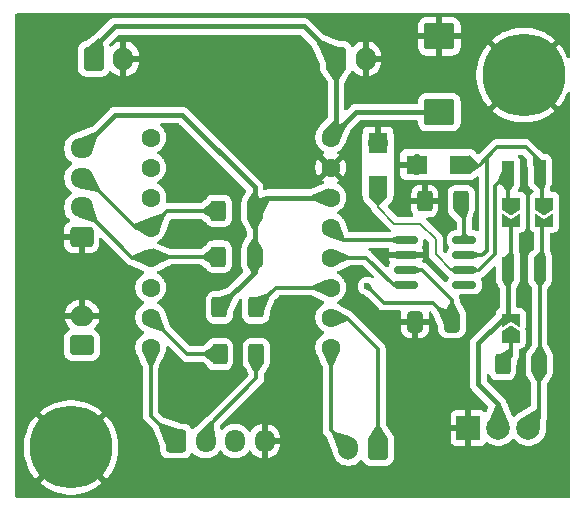
<source format=gtl>
G04 #@! TF.GenerationSoftware,KiCad,Pcbnew,9.0.2-9.0.2-0~ubuntu24.04.1*
G04 #@! TF.CreationDate,2025-05-09T21:26:21+01:00*
G04 #@! TF.ProjectId,can-bus-kicad,63616e2d-6275-4732-9d6b-696361642e6b,rev?*
G04 #@! TF.SameCoordinates,Original*
G04 #@! TF.FileFunction,Copper,L1,Top*
G04 #@! TF.FilePolarity,Positive*
%FSLAX46Y46*%
G04 Gerber Fmt 4.6, Leading zero omitted, Abs format (unit mm)*
G04 Created by KiCad (PCBNEW 9.0.2-9.0.2-0~ubuntu24.04.1) date 2025-05-09 21:26:21*
%MOMM*%
%LPD*%
G01*
G04 APERTURE LIST*
G04 Aperture macros list*
%AMRoundRect*
0 Rectangle with rounded corners*
0 $1 Rounding radius*
0 $2 $3 $4 $5 $6 $7 $8 $9 X,Y pos of 4 corners*
0 Add a 4 corners polygon primitive as box body*
4,1,4,$2,$3,$4,$5,$6,$7,$8,$9,$2,$3,0*
0 Add four circle primitives for the rounded corners*
1,1,$1+$1,$2,$3*
1,1,$1+$1,$4,$5*
1,1,$1+$1,$6,$7*
1,1,$1+$1,$8,$9*
0 Add four rect primitives between the rounded corners*
20,1,$1+$1,$2,$3,$4,$5,0*
20,1,$1+$1,$4,$5,$6,$7,0*
20,1,$1+$1,$6,$7,$8,$9,0*
20,1,$1+$1,$8,$9,$2,$3,0*%
%AMFreePoly0*
4,1,6,1.000000,0.000000,0.500000,-0.750000,-0.500000,-0.750000,-0.500000,0.750000,0.500000,0.750000,1.000000,0.000000,1.000000,0.000000,$1*%
%AMFreePoly1*
4,1,6,0.500000,-0.750000,-0.650000,-0.750000,-0.150000,0.000000,-0.650000,0.750000,0.500000,0.750000,0.500000,-0.750000,0.500000,-0.750000,$1*%
G04 Aperture macros list end*
G04 #@! TA.AperFunction,ComponentPad*
%ADD10RoundRect,0.250000X0.725000X-0.600000X0.725000X0.600000X-0.725000X0.600000X-0.725000X-0.600000X0*%
G04 #@! TD*
G04 #@! TA.AperFunction,ComponentPad*
%ADD11O,1.950000X1.700000*%
G04 #@! TD*
G04 #@! TA.AperFunction,SMDPad,CuDef*
%ADD12RoundRect,0.250000X0.400000X0.625000X-0.400000X0.625000X-0.400000X-0.625000X0.400000X-0.625000X0*%
G04 #@! TD*
G04 #@! TA.AperFunction,ComponentPad*
%ADD13RoundRect,0.250000X-0.600000X-0.725000X0.600000X-0.725000X0.600000X0.725000X-0.600000X0.725000X0*%
G04 #@! TD*
G04 #@! TA.AperFunction,ComponentPad*
%ADD14O,1.700000X1.950000*%
G04 #@! TD*
G04 #@! TA.AperFunction,ComponentPad*
%ADD15RoundRect,0.250000X-0.600000X-0.750000X0.600000X-0.750000X0.600000X0.750000X-0.600000X0.750000X0*%
G04 #@! TD*
G04 #@! TA.AperFunction,ComponentPad*
%ADD16O,1.700000X2.000000*%
G04 #@! TD*
G04 #@! TA.AperFunction,ComponentPad*
%ADD17C,0.800000*%
G04 #@! TD*
G04 #@! TA.AperFunction,ComponentPad*
%ADD18C,7.000000*%
G04 #@! TD*
G04 #@! TA.AperFunction,SMDPad,CuDef*
%ADD19R,1.803400X1.600200*%
G04 #@! TD*
G04 #@! TA.AperFunction,SMDPad,CuDef*
%ADD20FreePoly0,270.000000*%
G04 #@! TD*
G04 #@! TA.AperFunction,SMDPad,CuDef*
%ADD21FreePoly1,270.000000*%
G04 #@! TD*
G04 #@! TA.AperFunction,ComponentPad*
%ADD22R,2.000000X2.000000*%
G04 #@! TD*
G04 #@! TA.AperFunction,ComponentPad*
%ADD23C,2.000000*%
G04 #@! TD*
G04 #@! TA.AperFunction,SMDPad,CuDef*
%ADD24R,1.000000X2.000000*%
G04 #@! TD*
G04 #@! TA.AperFunction,ComponentPad*
%ADD25RoundRect,0.250000X0.600000X0.750000X-0.600000X0.750000X-0.600000X-0.750000X0.600000X-0.750000X0*%
G04 #@! TD*
G04 #@! TA.AperFunction,SMDPad,CuDef*
%ADD26R,1.600200X1.803400*%
G04 #@! TD*
G04 #@! TA.AperFunction,SMDPad,CuDef*
%ADD27RoundRect,0.250000X-0.400000X-0.625000X0.400000X-0.625000X0.400000X0.625000X-0.400000X0.625000X0*%
G04 #@! TD*
G04 #@! TA.AperFunction,ComponentPad*
%ADD28C,1.600000*%
G04 #@! TD*
G04 #@! TA.AperFunction,SMDPad,CuDef*
%ADD29RoundRect,0.250000X0.412500X0.650000X-0.412500X0.650000X-0.412500X-0.650000X0.412500X-0.650000X0*%
G04 #@! TD*
G04 #@! TA.AperFunction,SMDPad,CuDef*
%ADD30FreePoly0,90.000000*%
G04 #@! TD*
G04 #@! TA.AperFunction,SMDPad,CuDef*
%ADD31FreePoly1,90.000000*%
G04 #@! TD*
G04 #@! TA.AperFunction,ComponentPad*
%ADD32RoundRect,0.250000X0.750000X-0.600000X0.750000X0.600000X-0.750000X0.600000X-0.750000X-0.600000X0*%
G04 #@! TD*
G04 #@! TA.AperFunction,ComponentPad*
%ADD33O,2.000000X1.700000*%
G04 #@! TD*
G04 #@! TA.AperFunction,SMDPad,CuDef*
%ADD34RoundRect,0.150000X-0.825000X-0.150000X0.825000X-0.150000X0.825000X0.150000X-0.825000X0.150000X0*%
G04 #@! TD*
G04 #@! TA.AperFunction,SMDPad,CuDef*
%ADD35RoundRect,0.250001X1.044999X-0.872499X1.044999X0.872499X-1.044999X0.872499X-1.044999X-0.872499X0*%
G04 #@! TD*
G04 #@! TA.AperFunction,ViaPad*
%ADD36C,0.600000*%
G04 #@! TD*
G04 #@! TA.AperFunction,Conductor*
%ADD37C,0.300000*%
G04 #@! TD*
G04 #@! TA.AperFunction,Conductor*
%ADD38C,0.400000*%
G04 #@! TD*
G04 #@! TA.AperFunction,Conductor*
%ADD39C,0.200000*%
G04 #@! TD*
G04 APERTURE END LIST*
D10*
G04 #@! TO.P,J6,1,Pin_1*
G04 #@! TO.N,GND*
X101210000Y-87830000D03*
D11*
G04 #@! TO.P,J6,2,Pin_2*
G04 #@! TO.N,/SCL*
X101210000Y-85330000D03*
G04 #@! TO.P,J6,3,Pin_3*
G04 #@! TO.N,/SDA*
X101210000Y-82830000D03*
G04 #@! TO.P,J6,4,Pin_4*
G04 #@! TO.N,+3.3V*
X101210000Y-80330000D03*
G04 #@! TD*
D12*
G04 #@! TO.P,R6,1*
G04 #@! TO.N,Net-(U3-RS)*
X133350000Y-84800000D03*
G04 #@! TO.P,R6,2*
G04 #@! TO.N,GND*
X130250000Y-84800000D03*
G04 #@! TD*
D13*
G04 #@! TO.P,J4,1,Pin_1*
G04 #@! TO.N,/TX0*
X109200000Y-105100000D03*
D14*
G04 #@! TO.P,J4,2,Pin_2*
G04 #@! TO.N,Net-(J4-Pin_2)*
X111700000Y-105100000D03*
G04 #@! TO.P,J4,3,Pin_3*
G04 #@! TO.N,+5V*
X114200000Y-105100000D03*
G04 #@! TO.P,J4,4,Pin_4*
G04 #@! TO.N,GND*
X116700000Y-105100000D03*
G04 #@! TD*
D15*
G04 #@! TO.P,J3,1,Pin_1*
G04 #@! TO.N,+5V*
X102250000Y-72750000D03*
D16*
G04 #@! TO.P,J3,2,Pin_2*
G04 #@! TO.N,GND*
X104750000Y-72750000D03*
G04 #@! TD*
D17*
G04 #@! TO.P,H1,1,1*
G04 #@! TO.N,GND*
X136005000Y-74135000D03*
X136773845Y-72278845D03*
X136773845Y-75991155D03*
X138630000Y-71510000D03*
D18*
X138630000Y-74135000D03*
D17*
X138630000Y-76760000D03*
X140486155Y-72278845D03*
X140486155Y-75991155D03*
X141255000Y-74135000D03*
G04 #@! TD*
D19*
G04 #@! TO.P,D1,1,A1*
G04 #@! TO.N,Net-(D1-A1)*
X133216100Y-81700000D03*
G04 #@! TO.P,D1,2,A2*
G04 #@! TO.N,GND*
X129583900Y-81700000D03*
G04 #@! TD*
D12*
G04 #@! TO.P,R1,1*
G04 #@! TO.N,/CANH*
X139950000Y-98600000D03*
G04 #@! TO.P,R1,2*
G04 #@! TO.N,Net-(JP1-A)*
X136850000Y-98600000D03*
G04 #@! TD*
D20*
G04 #@! TO.P,JP3,1,A*
G04 #@! TO.N,Net-(D1-A1)*
X140400000Y-85000000D03*
D21*
G04 #@! TO.P,JP3,2,B*
G04 #@! TO.N,/CANH*
X140400000Y-86450000D03*
G04 #@! TD*
D12*
G04 #@! TO.P,R3,1*
G04 #@! TO.N,+3.3V*
X115880000Y-89500000D03*
G04 #@! TO.P,R3,2*
G04 #@! TO.N,/SCL*
X112780000Y-89500000D03*
G04 #@! TD*
D22*
G04 #@! TO.P,J2,1,Pin_1*
G04 #@! TO.N,GND*
X133960000Y-104000000D03*
D23*
G04 #@! TO.P,J2,2,Pin_2*
G04 #@! TO.N,/CANL*
X136500000Y-104000000D03*
G04 #@! TO.P,J2,3,Pin_3*
G04 #@! TO.N,/CANH*
X139040000Y-104000000D03*
G04 #@! TD*
D12*
G04 #@! TO.P,R5,1*
G04 #@! TO.N,Net-(J4-Pin_2)*
X116000000Y-97750000D03*
G04 #@! TO.P,R5,2*
G04 #@! TO.N,/RX0*
X112900000Y-97750000D03*
G04 #@! TD*
D24*
G04 #@! TO.P,IND1,1,1*
G04 #@! TO.N,Net-(D1-A1)*
X140000000Y-82300000D03*
G04 #@! TO.P,IND1,2,2*
G04 #@! TO.N,Net-(D2-A1)*
X137300000Y-82400000D03*
G04 #@! TO.P,IND1,3,3*
G04 #@! TO.N,/CANL*
X137300000Y-90500000D03*
G04 #@! TO.P,IND1,4,4*
G04 #@! TO.N,/CANH*
X140000000Y-90500000D03*
G04 #@! TD*
D15*
G04 #@! TO.P,J1,1,Pin_1*
G04 #@! TO.N,+5V*
X122750000Y-72750000D03*
D16*
G04 #@! TO.P,J1,2,Pin_2*
G04 #@! TO.N,GND*
X125250000Y-72750000D03*
G04 #@! TD*
D17*
G04 #@! TO.P,H2,1,1*
G04 #@! TO.N,GND*
X97690000Y-105650000D03*
X98458845Y-103793845D03*
X98458845Y-107506155D03*
X100315000Y-103025000D03*
D18*
X100315000Y-105650000D03*
D17*
X100315000Y-108275000D03*
X102171155Y-103793845D03*
X102171155Y-107506155D03*
X102940000Y-105650000D03*
G04 #@! TD*
D25*
G04 #@! TO.P,J5,1,Pin_1*
G04 #@! TO.N,/RX1*
X126300000Y-105700000D03*
D16*
G04 #@! TO.P,J5,2,Pin_2*
G04 #@! TO.N,/TX1*
X123800000Y-105700000D03*
G04 #@! TD*
D26*
G04 #@! TO.P,D2,1,A1*
G04 #@! TO.N,Net-(D2-A1)*
X126300000Y-83516100D03*
G04 #@! TO.P,D2,2,A2*
G04 #@! TO.N,GND*
X126300000Y-79883900D03*
G04 #@! TD*
D27*
G04 #@! TO.P,R4,1*
G04 #@! TO.N,+3.3V*
X112870000Y-93800000D03*
G04 #@! TO.P,R4,2*
G04 #@! TO.N,/IO2*
X115970000Y-93800000D03*
G04 #@! TD*
D28*
G04 #@! TO.P,U1,0,GPIO0*
G04 #@! TO.N,/TX1*
X122300000Y-97190000D03*
G04 #@! TO.P,U1,1,GPIO1*
G04 #@! TO.N,/RX1*
X122300000Y-94650000D03*
G04 #@! TO.P,U1,2,GPIO2*
G04 #@! TO.N,/IO2*
X122300000Y-92110000D03*
G04 #@! TO.P,U1,3,GPIO3*
G04 #@! TO.N,/CAN_RX*
X122300000Y-89570000D03*
G04 #@! TO.P,U1,3.3,3V3*
G04 #@! TO.N,+3.3V*
X122300000Y-84490000D03*
G04 #@! TO.P,U1,4,GPIO4*
G04 #@! TO.N,/CAN_TX*
X122300000Y-87030000D03*
G04 #@! TO.P,U1,5,GPIO5*
G04 #@! TO.N,unconnected-(U1-GPIO5-Pad5)*
X107060000Y-79410000D03*
G04 #@! TO.P,U1,5V,5V*
G04 #@! TO.N,+5V*
X122300000Y-79410000D03*
G04 #@! TO.P,U1,6,GPIO6*
G04 #@! TO.N,unconnected-(U1-GPIO6-Pad6)*
X107060000Y-81950000D03*
G04 #@! TO.P,U1,7,GPIO7*
G04 #@! TO.N,unconnected-(U1-GPIO7-Pad7)*
X107060000Y-84490000D03*
G04 #@! TO.P,U1,8,GPIO8*
G04 #@! TO.N,/SDA*
X107060000Y-87030000D03*
G04 #@! TO.P,U1,9,GPIO9*
G04 #@! TO.N,/SCL*
X107060000Y-89570000D03*
G04 #@! TO.P,U1,10,GPIO10*
G04 #@! TO.N,unconnected-(U1-GPIO10-Pad10)*
X107060000Y-92110000D03*
G04 #@! TO.P,U1,20,GPIO20*
G04 #@! TO.N,/RX0*
X107060000Y-94650000D03*
G04 #@! TO.P,U1,21,GPIO21*
G04 #@! TO.N,/TX0*
X107060000Y-97190000D03*
G04 #@! TO.P,U1,G,GND*
G04 #@! TO.N,GND*
X122300000Y-81950000D03*
G04 #@! TD*
D29*
G04 #@! TO.P,C2,1*
G04 #@! TO.N,+3.3V*
X132562500Y-95000000D03*
G04 #@! TO.P,C2,2*
G04 #@! TO.N,GND*
X129437500Y-95000000D03*
G04 #@! TD*
D30*
G04 #@! TO.P,JP1,1,A*
G04 #@! TO.N,Net-(JP1-A)*
X137550000Y-96270000D03*
D31*
G04 #@! TO.P,JP1,2,B*
G04 #@! TO.N,/CANL*
X137550000Y-94820000D03*
G04 #@! TD*
D32*
G04 #@! TO.P,J7,1,Pin_1*
G04 #@! TO.N,/IO2*
X101250000Y-97000000D03*
D33*
G04 #@! TO.P,J7,2,Pin_2*
G04 #@! TO.N,GND*
X101250000Y-94500000D03*
G04 #@! TD*
D34*
G04 #@! TO.P,U3,1,TXD*
G04 #@! TO.N,/CAN_TX*
X128670000Y-88080000D03*
G04 #@! TO.P,U3,2,GND*
G04 #@! TO.N,GND*
X128670000Y-89350000D03*
G04 #@! TO.P,U3,3,3V3*
G04 #@! TO.N,+3.3V*
X128670000Y-90620000D03*
G04 #@! TO.P,U3,4,RXD*
G04 #@! TO.N,/CAN_RX*
X128670000Y-91890000D03*
G04 #@! TO.P,U3,5,vref*
G04 #@! TO.N,unconnected-(U3-vref-Pad5)*
X133620000Y-91890000D03*
G04 #@! TO.P,U3,6,CANL*
G04 #@! TO.N,Net-(D2-A1)*
X133620000Y-90620000D03*
G04 #@! TO.P,U3,7,CANH*
G04 #@! TO.N,Net-(D1-A1)*
X133620000Y-89350000D03*
G04 #@! TO.P,U3,8,RS*
G04 #@! TO.N,Net-(U3-RS)*
X133620000Y-88080000D03*
G04 #@! TD*
D12*
G04 #@! TO.P,R2,1*
G04 #@! TO.N,+3.3V*
X115880000Y-85620000D03*
G04 #@! TO.P,R2,2*
G04 #@! TO.N,/SDA*
X112780000Y-85620000D03*
G04 #@! TD*
D20*
G04 #@! TO.P,JP2,1,A*
G04 #@! TO.N,Net-(D2-A1)*
X137600000Y-85000000D03*
D21*
G04 #@! TO.P,JP2,2,B*
G04 #@! TO.N,/CANL*
X137600000Y-86450000D03*
G04 #@! TD*
D35*
G04 #@! TO.P,C3,1*
G04 #@! TO.N,+5V*
X131500000Y-77257500D03*
G04 #@! TO.P,C3,2*
G04 #@! TO.N,GND*
X131500000Y-70842500D03*
G04 #@! TD*
D36*
G04 #@! TO.N,GND*
X128600000Y-79400000D03*
X134800000Y-79400000D03*
X141400000Y-80500000D03*
X114400000Y-87400000D03*
X110400000Y-95000000D03*
X110200000Y-87400000D03*
X141500000Y-93200000D03*
X131700000Y-86600000D03*
X136200000Y-93000000D03*
X138700000Y-93100000D03*
X131000000Y-96400000D03*
X118200000Y-95400000D03*
X131400000Y-79400000D03*
X110400000Y-83600000D03*
X110400000Y-91400000D03*
X135000000Y-93600000D03*
X132800000Y-99300000D03*
X126600000Y-89200000D03*
X110400000Y-80400000D03*
X128900000Y-83900000D03*
G04 #@! TO.N,+3.3V*
X125400000Y-92000000D03*
G04 #@! TD*
D37*
G04 #@! TO.N,/RX0*
X107060000Y-94650000D02*
X110160000Y-97750000D01*
X110160000Y-97750000D02*
X112900000Y-97750000D01*
D38*
G04 #@! TO.N,+5V*
X120000000Y-70000000D02*
X122750000Y-72750000D01*
X124460000Y-77250000D02*
X122300000Y-79410000D01*
D39*
X122750000Y-78960000D02*
X122300000Y-79410000D01*
D38*
X102250000Y-71750000D02*
X104000000Y-70000000D01*
X131500000Y-77250000D02*
X124460000Y-77250000D01*
D39*
X102250000Y-72750000D02*
X102250000Y-71750000D01*
D38*
X104000000Y-70000000D02*
X120000000Y-70000000D01*
X122750000Y-72750000D02*
X122750000Y-78960000D01*
D37*
G04 #@! TO.N,/TX0*
X107060000Y-102960000D02*
X109200000Y-105100000D01*
X107060000Y-97190000D02*
X107060000Y-102960000D01*
G04 #@! TO.N,/TX1*
X122300000Y-97190000D02*
X122300000Y-104200000D01*
X122300000Y-104200000D02*
X123800000Y-105700000D01*
G04 #@! TO.N,/IO2*
X122300000Y-92110000D02*
X117660000Y-92110000D01*
X117660000Y-92110000D02*
X115970000Y-93800000D01*
D38*
G04 #@! TO.N,+3.3V*
X104040000Y-77500000D02*
X101210000Y-80330000D01*
D37*
X126800000Y-93400000D02*
X130962500Y-93400000D01*
D38*
X115880000Y-85620000D02*
X115880000Y-89500000D01*
X115880000Y-85620000D02*
X115880000Y-83630000D01*
X117010000Y-84490000D02*
X115880000Y-85620000D01*
D37*
X132562500Y-93162500D02*
X132562500Y-95000000D01*
X125400000Y-92000000D02*
X126800000Y-93400000D01*
D38*
X122300000Y-84490000D02*
X117010000Y-84490000D01*
D37*
X128670000Y-90620000D02*
X130020000Y-90620000D01*
X130962500Y-93400000D02*
X132562500Y-95000000D01*
D38*
X115880000Y-90790000D02*
X112870000Y-93800000D01*
X115880000Y-83630000D02*
X109750000Y-77500000D01*
X115880000Y-89500000D02*
X115880000Y-90790000D01*
D37*
X130020000Y-90620000D02*
X132562500Y-93162500D01*
D38*
X109750000Y-77500000D02*
X104040000Y-77500000D01*
D37*
G04 #@! TO.N,/RX1*
X126300000Y-97300000D02*
X126300000Y-105700000D01*
X122300000Y-94650000D02*
X123650000Y-94650000D01*
X123650000Y-94650000D02*
X126300000Y-97300000D01*
G04 #@! TO.N,Net-(D1-A1)*
X136150000Y-80450000D02*
X135500000Y-81100000D01*
D39*
X140000000Y-82300000D02*
X140000000Y-81400000D01*
X140000000Y-82300000D02*
X140000000Y-82000000D01*
D37*
X138800000Y-80200000D02*
X136400000Y-80200000D01*
X134900000Y-81700000D02*
X136150000Y-80450000D01*
D39*
X140200000Y-82500000D02*
X140000000Y-82300000D01*
D37*
X135150000Y-89350000D02*
X133620000Y-89350000D01*
D39*
X133216100Y-81700000D02*
X134900000Y-81700000D01*
D37*
X135500000Y-81100000D02*
X135500000Y-89000000D01*
X140200000Y-85000000D02*
X140200000Y-82500000D01*
X140000000Y-81400000D02*
X138800000Y-80200000D01*
X135500000Y-89000000D02*
X135150000Y-89350000D01*
X136400000Y-80200000D02*
X136150000Y-80450000D01*
G04 #@! TO.N,/SCL*
X105450000Y-89570000D02*
X107060000Y-89570000D01*
X112780000Y-89500000D02*
X107130000Y-89500000D01*
D39*
X107130000Y-89500000D02*
X107060000Y-89570000D01*
D37*
X101210000Y-85330000D02*
X105450000Y-89570000D01*
D39*
G04 #@! TO.N,/SDA*
X101210000Y-82830000D02*
X101580000Y-82830000D01*
X105780000Y-87030000D02*
X107060000Y-87030000D01*
D37*
X112780000Y-85620000D02*
X108470000Y-85620000D01*
X108470000Y-85620000D02*
X107060000Y-87030000D01*
X101580000Y-82830000D02*
X105780000Y-87030000D01*
G04 #@! TO.N,Net-(D2-A1)*
X136200000Y-89300000D02*
X136200000Y-83500000D01*
D39*
X126300000Y-83516100D02*
X126300000Y-85300000D01*
X129900000Y-86700000D02*
X131200000Y-88000000D01*
X137600000Y-84900000D02*
X137300000Y-84600000D01*
X127700000Y-86700000D02*
X129900000Y-86700000D01*
X126300000Y-85300000D02*
X127700000Y-86700000D01*
X137600000Y-85000000D02*
X137600000Y-84900000D01*
X133620000Y-90620000D02*
X134880000Y-90620000D01*
X132520000Y-90620000D02*
X133620000Y-90620000D01*
D37*
X134880000Y-90620000D02*
X136200000Y-89300000D01*
X136200000Y-83500000D02*
X137300000Y-82400000D01*
X137300000Y-84600000D02*
X137300000Y-82400000D01*
D39*
X131200000Y-89300000D02*
X132520000Y-90620000D01*
X131200000Y-88000000D02*
X131200000Y-89300000D01*
D37*
G04 #@! TO.N,/CANH*
X140200000Y-86450000D02*
X140200000Y-90300000D01*
X139950000Y-98600000D02*
X139950000Y-103090000D01*
D39*
X140000000Y-98550000D02*
X139950000Y-98600000D01*
D37*
X140000000Y-90500000D02*
X140000000Y-98550000D01*
D39*
X139950000Y-98600000D02*
X139950000Y-98850000D01*
X139950000Y-98850000D02*
X140100000Y-99000000D01*
X139950000Y-103090000D02*
X139040000Y-104000000D01*
X140200000Y-90300000D02*
X140000000Y-90500000D01*
G04 #@! TO.N,/CANL*
X137300000Y-94570000D02*
X137550000Y-94820000D01*
D38*
X136795000Y-94820000D02*
X134800000Y-96815000D01*
X134800000Y-100300000D02*
X136500000Y-102000000D01*
X134800000Y-96815000D02*
X134800000Y-100300000D01*
X136500000Y-102000000D02*
X136500000Y-104000000D01*
X137300000Y-90500000D02*
X137300000Y-94570000D01*
D39*
X137550000Y-94820000D02*
X136795000Y-94820000D01*
X137600000Y-90200000D02*
X137300000Y-90500000D01*
D37*
X137600000Y-86450000D02*
X137600000Y-90200000D01*
G04 #@! TO.N,Net-(JP1-A)*
X137550000Y-97900000D02*
X136850000Y-98600000D01*
X137550000Y-96270000D02*
X137550000Y-97900000D01*
G04 #@! TO.N,/CAN_TX*
X128670000Y-88080000D02*
X123350000Y-88080000D01*
D39*
X123350000Y-88080000D02*
X122300000Y-87030000D01*
D37*
G04 #@! TO.N,/CAN_RX*
X125320000Y-89570000D02*
X122300000Y-89570000D01*
X127640000Y-91890000D02*
X125320000Y-89570000D01*
D39*
X128670000Y-91890000D02*
X127640000Y-91890000D01*
D37*
G04 #@! TO.N,Net-(J4-Pin_2)*
X111700000Y-104100000D02*
X111700000Y-105100000D01*
X116000000Y-99800000D02*
X111700000Y-104100000D01*
X116000000Y-97750000D02*
X116000000Y-99800000D01*
G04 #@! TO.N,Net-(U3-RS)*
X133620000Y-85070000D02*
X133620000Y-88080000D01*
D39*
X133350000Y-84800000D02*
X133620000Y-85070000D01*
X133500000Y-88200000D02*
X133620000Y-88080000D01*
G04 #@! TD*
G04 #@! TA.AperFunction,Conductor*
G04 #@! TO.N,GND*
G36*
X138546231Y-80870185D02*
G01*
X138566873Y-80886819D01*
X138909824Y-81229770D01*
X138943309Y-81291093D01*
X138946018Y-81311889D01*
X138994419Y-82389789D01*
X138996500Y-82418234D01*
X138996628Y-82419495D01*
X138996629Y-82419504D01*
X138996630Y-82419507D01*
X138997432Y-82423847D01*
X138999500Y-82446394D01*
X138999500Y-83347870D01*
X138999501Y-83347876D01*
X139005908Y-83407483D01*
X139056202Y-83542328D01*
X139056206Y-83542335D01*
X139142452Y-83657544D01*
X139142455Y-83657547D01*
X139257664Y-83743793D01*
X139257671Y-83743797D01*
X139349817Y-83778165D01*
X139362562Y-83787148D01*
X139374988Y-83790988D01*
X139401333Y-83814474D01*
X139447364Y-83869136D01*
X139475490Y-83933095D01*
X139464571Y-84002106D01*
X139419555Y-84053324D01*
X139318970Y-84117967D01*
X139318965Y-84117971D01*
X139224750Y-84226700D01*
X139224744Y-84226709D01*
X139164976Y-84357580D01*
X139164975Y-84357585D01*
X139144500Y-84499999D01*
X139144500Y-85500015D01*
X139148507Y-85563523D01*
X139161339Y-85610107D01*
X139161048Y-85627390D01*
X139165788Y-85644018D01*
X139164530Y-85660683D01*
X139144500Y-85799999D01*
X139144500Y-86950002D01*
X139149644Y-87021940D01*
X139190182Y-87159994D01*
X139267967Y-87281030D01*
X139267971Y-87281034D01*
X139376700Y-87375249D01*
X139376706Y-87375254D01*
X139376710Y-87375256D01*
X139376712Y-87375257D01*
X139477011Y-87421062D01*
X139529815Y-87466816D01*
X139549500Y-87533856D01*
X139549500Y-88764318D01*
X139542293Y-88788861D01*
X139539010Y-88814232D01*
X139531127Y-88826887D01*
X139529815Y-88831357D01*
X139520350Y-88844190D01*
X139401333Y-88985525D01*
X139349817Y-89021834D01*
X139337950Y-89026261D01*
X139257664Y-89056206D01*
X139142455Y-89142452D01*
X139142452Y-89142455D01*
X139056206Y-89257664D01*
X139056202Y-89257671D01*
X139005908Y-89392517D01*
X139000121Y-89446347D01*
X138999500Y-89452127D01*
X138999500Y-91453681D01*
X138997711Y-91462831D01*
X138999500Y-91486581D01*
X138999500Y-91547868D01*
X138999501Y-91547877D01*
X139005908Y-91607483D01*
X139012586Y-91625387D01*
X139015559Y-91633357D01*
X139024977Y-91667177D01*
X139037177Y-91691320D01*
X139039582Y-91697768D01*
X139056202Y-91742328D01*
X139056204Y-91742331D01*
X139070479Y-91761400D01*
X139081880Y-91779778D01*
X139089872Y-91795591D01*
X139327086Y-92134467D01*
X139349403Y-92200674D01*
X139349500Y-92205574D01*
X139349500Y-96878397D01*
X139329815Y-96945436D01*
X139328988Y-96946707D01*
X138970971Y-97489095D01*
X138970970Y-97489094D01*
X138964043Y-97499587D01*
X138957288Y-97506344D01*
X138924552Y-97559415D01*
X138923488Y-97561029D01*
X138923478Y-97561046D01*
X138906506Y-97586759D01*
X138906496Y-97586778D01*
X138904533Y-97590777D01*
X138898765Y-97601221D01*
X138865188Y-97655660D01*
X138865186Y-97655665D01*
X138865186Y-97655666D01*
X138810001Y-97822203D01*
X138810001Y-97822204D01*
X138810000Y-97822204D01*
X138799500Y-97924983D01*
X138799500Y-99275001D01*
X138799501Y-99275018D01*
X138810000Y-99377796D01*
X138810001Y-99377800D01*
X138829251Y-99435892D01*
X138831761Y-99443466D01*
X138834028Y-99454664D01*
X138840979Y-99471287D01*
X138842466Y-99475773D01*
X138842466Y-99475775D01*
X138865184Y-99544331D01*
X138865186Y-99544335D01*
X138879794Y-99568018D01*
X138888652Y-99585266D01*
X138889547Y-99587408D01*
X139163873Y-100046161D01*
X139274406Y-100231006D01*
X139281924Y-100243577D01*
X139299500Y-100307216D01*
X139299500Y-102032822D01*
X139279815Y-102099861D01*
X139238281Y-102139755D01*
X138272613Y-102706704D01*
X138269414Y-102708582D01*
X138253567Y-102716657D01*
X138244742Y-102723066D01*
X138239566Y-102726106D01*
X138239568Y-102726106D01*
X138239151Y-102726350D01*
X138226177Y-102734233D01*
X138225653Y-102734562D01*
X138225645Y-102734568D01*
X138170594Y-102774559D01*
X138165752Y-102778922D01*
X138165484Y-102778625D01*
X138153847Y-102789105D01*
X138062493Y-102855480D01*
X138062487Y-102855485D01*
X137895482Y-103022490D01*
X137892949Y-103025456D01*
X137834437Y-103063641D01*
X137764569Y-103064131D01*
X137705527Y-103026769D01*
X137685300Y-102995145D01*
X137195218Y-101889040D01*
X137186973Y-101863010D01*
X137173580Y-101795672D01*
X137120775Y-101668189D01*
X137111236Y-101653913D01*
X137044114Y-101553457D01*
X137044111Y-101553453D01*
X135536819Y-100046161D01*
X135503334Y-99984838D01*
X135500500Y-99958480D01*
X135500500Y-99513988D01*
X135520185Y-99446949D01*
X135572989Y-99401194D01*
X135642147Y-99391250D01*
X135705703Y-99420275D01*
X135742205Y-99474982D01*
X135765186Y-99544334D01*
X135857288Y-99693656D01*
X135981344Y-99817712D01*
X136130666Y-99909814D01*
X136297203Y-99964999D01*
X136399991Y-99975500D01*
X137300008Y-99975499D01*
X137300016Y-99975498D01*
X137300019Y-99975498D01*
X137356302Y-99969748D01*
X137402797Y-99964999D01*
X137569334Y-99909814D01*
X137718656Y-99817712D01*
X137842712Y-99693656D01*
X137934814Y-99544334D01*
X137989999Y-99377797D01*
X138000500Y-99275009D01*
X138000499Y-98846722D01*
X138002392Y-98828722D01*
X138001894Y-98828653D01*
X138034532Y-98593466D01*
X138074014Y-98308953D01*
X138093736Y-98257109D01*
X138094960Y-98255278D01*
X138126465Y-98208127D01*
X138175501Y-98089744D01*
X138181790Y-98058127D01*
X138200500Y-97964069D01*
X138200500Y-97399934D01*
X138201159Y-97387168D01*
X138201354Y-97385284D01*
X138227836Y-97320627D01*
X138285070Y-97280552D01*
X138315848Y-97274366D01*
X138371940Y-97270355D01*
X138509992Y-97229819D01*
X138631032Y-97152031D01*
X138725254Y-97043294D01*
X138774068Y-96936407D01*
X138785023Y-96912419D01*
X138785024Y-96912414D01*
X138805500Y-96770000D01*
X138805500Y-95770000D01*
X138801493Y-95706478D01*
X138788659Y-95659891D01*
X138785469Y-95609318D01*
X138805500Y-95470000D01*
X138805500Y-94320000D01*
X138800355Y-94248060D01*
X138759819Y-94110008D01*
X138736379Y-94073535D01*
X138682032Y-93988969D01*
X138682028Y-93988965D01*
X138573299Y-93894750D01*
X138573297Y-93894748D01*
X138573294Y-93894746D01*
X138564404Y-93890686D01*
X138442419Y-93834976D01*
X138442414Y-93834975D01*
X138300000Y-93814500D01*
X138124500Y-93814500D01*
X138057461Y-93794815D01*
X138011706Y-93742011D01*
X138000500Y-93690500D01*
X138000500Y-92182693D01*
X138018171Y-92118896D01*
X138042201Y-92078846D01*
X138230160Y-91765581D01*
X138239174Y-91748504D01*
X138243796Y-91742331D01*
X138247076Y-91733535D01*
X138255966Y-91716696D01*
X138257031Y-91714380D01*
X138281005Y-91642761D01*
X138282386Y-91638863D01*
X138284440Y-91633357D01*
X138294091Y-91607483D01*
X138296688Y-91583330D01*
X138300499Y-91547885D01*
X138300499Y-91547882D01*
X138300500Y-91547873D01*
X138300499Y-91488355D01*
X138302005Y-91467566D01*
X138301374Y-91458634D01*
X138300499Y-91451626D01*
X138300499Y-89501325D01*
X138300604Y-89496233D01*
X138302654Y-89446347D01*
X138302653Y-89446343D01*
X138302654Y-89446336D01*
X138254045Y-88960238D01*
X138251519Y-88940657D01*
X138250500Y-88924792D01*
X138250500Y-87578064D01*
X138270185Y-87511025D01*
X138322989Y-87465270D01*
X138365652Y-87454380D01*
X138421940Y-87450355D01*
X138559992Y-87409819D01*
X138681032Y-87332031D01*
X138775254Y-87223294D01*
X138835024Y-87092416D01*
X138855500Y-86950000D01*
X138855500Y-85800000D01*
X138855499Y-85799997D01*
X138855499Y-85799978D01*
X138849076Y-85719668D01*
X138849075Y-85719665D01*
X138849075Y-85719662D01*
X138840212Y-85691254D01*
X138838191Y-85665982D01*
X138834590Y-85653348D01*
X138836638Y-85646569D01*
X138835848Y-85636682D01*
X138837953Y-85622041D01*
X138855500Y-85500000D01*
X138855500Y-84500000D01*
X138850355Y-84428060D01*
X138809819Y-84290008D01*
X138742633Y-84185465D01*
X138732032Y-84168969D01*
X138732028Y-84168965D01*
X138623299Y-84074750D01*
X138623297Y-84074748D01*
X138623294Y-84074746D01*
X138623290Y-84074744D01*
X138492419Y-84014976D01*
X138492414Y-84014975D01*
X138350000Y-83994500D01*
X138239052Y-83994500D01*
X138229121Y-83991584D01*
X138218850Y-83992843D01*
X138196168Y-83981907D01*
X138172013Y-83974815D01*
X138165237Y-83966995D01*
X138155913Y-83962500D01*
X138142742Y-83941034D01*
X138126258Y-83922011D01*
X138124785Y-83911769D01*
X138119372Y-83902947D01*
X138119897Y-83877772D01*
X138116314Y-83852853D01*
X138120651Y-83841583D01*
X138120829Y-83833093D01*
X138134857Y-83804675D01*
X138136157Y-83801301D01*
X138136834Y-83800292D01*
X138210127Y-83695590D01*
X138233038Y-83657244D01*
X138234888Y-83654494D01*
X138235343Y-83654115D01*
X138238516Y-83649383D01*
X138243796Y-83642331D01*
X138244195Y-83641261D01*
X138247523Y-83633640D01*
X138247483Y-83633623D01*
X138249017Y-83630029D01*
X138249018Y-83630028D01*
X138260897Y-83596523D01*
X138261570Y-83594673D01*
X138266189Y-83582289D01*
X138294091Y-83507483D01*
X138300302Y-83449719D01*
X138300499Y-83447886D01*
X138300499Y-83447882D01*
X138300500Y-83447873D01*
X138300499Y-83384496D01*
X138301761Y-83367078D01*
X138301130Y-83358146D01*
X138300499Y-83353094D01*
X138300499Y-81352128D01*
X138294091Y-81292517D01*
X138285189Y-81268650D01*
X138243797Y-81157671D01*
X138243793Y-81157664D01*
X138162305Y-81048811D01*
X138157597Y-81036190D01*
X138148777Y-81026011D01*
X138145625Y-81004094D01*
X138137887Y-80983347D01*
X138140749Y-80970185D01*
X138138833Y-80956853D01*
X138148031Y-80936711D01*
X138152738Y-80915074D01*
X138162262Y-80905549D01*
X138167858Y-80893297D01*
X138186485Y-80881326D01*
X138202143Y-80865668D01*
X138216586Y-80861981D01*
X138226636Y-80855523D01*
X138261571Y-80850500D01*
X138479192Y-80850500D01*
X138546231Y-80870185D01*
G37*
G04 #@! TD.AperFunction*
G04 #@! TA.AperFunction,Conductor*
G36*
X130350703Y-88000384D02*
G01*
X130357173Y-88006409D01*
X130364108Y-88013343D01*
X130563181Y-88212416D01*
X130596666Y-88273739D01*
X130599500Y-88300097D01*
X130599500Y-89213330D01*
X130599499Y-89213348D01*
X130599499Y-89379054D01*
X130599498Y-89379054D01*
X130640423Y-89531785D01*
X130659999Y-89565690D01*
X130660000Y-89565694D01*
X130719475Y-89668709D01*
X130719481Y-89668717D01*
X130838349Y-89787585D01*
X130838355Y-89787590D01*
X132035139Y-90984374D01*
X132035149Y-90984385D01*
X132039479Y-90988715D01*
X132039480Y-90988716D01*
X132151284Y-91100520D01*
X132223901Y-91142445D01*
X132242258Y-91153044D01*
X132290474Y-91203608D01*
X132303699Y-91272215D01*
X132280354Y-91331103D01*
X132280890Y-91331420D01*
X132278885Y-91334808D01*
X132278246Y-91336423D01*
X132276920Y-91338132D01*
X132193255Y-91479603D01*
X132193253Y-91479606D01*
X132163119Y-91583330D01*
X132125513Y-91642216D01*
X132062040Y-91671422D01*
X131992853Y-91661676D01*
X131956362Y-91636416D01*
X130434674Y-90114727D01*
X130434673Y-90114726D01*
X130375634Y-90075278D01*
X130328127Y-90043535D01*
X130209744Y-89994499D01*
X130209738Y-89994497D01*
X130155850Y-89983778D01*
X130093939Y-89951393D01*
X130059365Y-89890677D01*
X130063106Y-89820907D01*
X130073311Y-89799039D01*
X130096281Y-89760199D01*
X130142100Y-89602486D01*
X130142295Y-89600001D01*
X130142295Y-89600000D01*
X127197705Y-89600000D01*
X127197704Y-89600001D01*
X127197899Y-89602486D01*
X127243718Y-89760198D01*
X127327314Y-89901552D01*
X127332100Y-89907722D01*
X127329640Y-89909629D01*
X127356210Y-89958288D01*
X127351226Y-90027980D01*
X127330162Y-90060781D01*
X127331699Y-90061974D01*
X127326915Y-90068140D01*
X127243255Y-90209603D01*
X127243253Y-90209606D01*
X127219873Y-90290083D01*
X127182267Y-90348969D01*
X127118794Y-90378175D01*
X127049607Y-90368429D01*
X127013116Y-90343169D01*
X125734673Y-89064726D01*
X125714527Y-89051265D01*
X125628127Y-88993535D01*
X125608789Y-88985525D01*
X125569042Y-88969061D01*
X125514639Y-88925220D01*
X125492574Y-88858926D01*
X125509853Y-88791227D01*
X125560990Y-88743616D01*
X125616495Y-88730500D01*
X127150104Y-88730500D01*
X127217143Y-88750185D01*
X127262898Y-88802989D01*
X127272842Y-88872147D01*
X127256836Y-88917621D01*
X127243718Y-88939801D01*
X127197899Y-89097513D01*
X127197704Y-89099998D01*
X127197705Y-89100000D01*
X130142295Y-89100000D01*
X130142295Y-89099998D01*
X130142100Y-89097513D01*
X130096281Y-88939801D01*
X130012685Y-88798447D01*
X130007900Y-88792278D01*
X130010366Y-88790364D01*
X129983802Y-88741776D01*
X129988749Y-88672082D01*
X130009856Y-88639232D01*
X130008301Y-88638026D01*
X130013077Y-88631868D01*
X130013081Y-88631865D01*
X130096744Y-88490398D01*
X130142598Y-88332569D01*
X130145500Y-88295694D01*
X130145500Y-88094097D01*
X130165185Y-88027058D01*
X130217989Y-87981303D01*
X130287147Y-87971359D01*
X130350703Y-88000384D01*
G37*
G04 #@! TD.AperFunction*
G04 #@! TA.AperFunction,Conductor*
G36*
X142522539Y-68920185D02*
G01*
X142568294Y-68972989D01*
X142579500Y-69024500D01*
X142579500Y-72594043D01*
X142559815Y-72661082D01*
X142507011Y-72706837D01*
X142437853Y-72716781D01*
X142374297Y-72687756D01*
X142340939Y-72641496D01*
X142250316Y-72422714D01*
X142250314Y-72422709D01*
X142065058Y-72076120D01*
X142065047Y-72076102D01*
X141846710Y-71749337D01*
X141846700Y-71749323D01*
X141631477Y-71487074D01*
X140031617Y-73086934D01*
X139948543Y-72978669D01*
X139786331Y-72816457D01*
X139678064Y-72733381D01*
X141277924Y-71133521D01*
X141015676Y-70918299D01*
X141015662Y-70918289D01*
X140688897Y-70699952D01*
X140688879Y-70699941D01*
X140342290Y-70514685D01*
X140342285Y-70514683D01*
X139979186Y-70364282D01*
X139603087Y-70250194D01*
X139217628Y-70173521D01*
X139217629Y-70173521D01*
X138826504Y-70135000D01*
X138433496Y-70135000D01*
X138042370Y-70173521D01*
X137656912Y-70250194D01*
X137280813Y-70364282D01*
X136917714Y-70514683D01*
X136917709Y-70514685D01*
X136571120Y-70699941D01*
X136571102Y-70699952D01*
X136244337Y-70918289D01*
X136244323Y-70918299D01*
X135982075Y-71133520D01*
X135982074Y-71133521D01*
X137581935Y-72733381D01*
X137473669Y-72816457D01*
X137311457Y-72978669D01*
X137228381Y-73086934D01*
X135628521Y-71487074D01*
X135628520Y-71487075D01*
X135413299Y-71749323D01*
X135413289Y-71749337D01*
X135194952Y-72076102D01*
X135194941Y-72076120D01*
X135009685Y-72422709D01*
X135009683Y-72422714D01*
X134859282Y-72785813D01*
X134745194Y-73161912D01*
X134668521Y-73547370D01*
X134630000Y-73938496D01*
X134630000Y-74331503D01*
X134668521Y-74722629D01*
X134745194Y-75108087D01*
X134859282Y-75484186D01*
X135009683Y-75847285D01*
X135009685Y-75847290D01*
X135194941Y-76193879D01*
X135194952Y-76193897D01*
X135413289Y-76520662D01*
X135413299Y-76520676D01*
X135628521Y-76782924D01*
X137228381Y-75183064D01*
X137311457Y-75291331D01*
X137473669Y-75453543D01*
X137581934Y-75536618D01*
X135982074Y-77136477D01*
X136244323Y-77351700D01*
X136244337Y-77351710D01*
X136571102Y-77570047D01*
X136571120Y-77570058D01*
X136917709Y-77755314D01*
X136917714Y-77755316D01*
X137280813Y-77905717D01*
X137656912Y-78019805D01*
X138042371Y-78096478D01*
X138042370Y-78096478D01*
X138433496Y-78135000D01*
X138826504Y-78135000D01*
X139217629Y-78096478D01*
X139603087Y-78019805D01*
X139979186Y-77905717D01*
X140342285Y-77755316D01*
X140342290Y-77755314D01*
X140688879Y-77570058D01*
X140688897Y-77570047D01*
X141015662Y-77351710D01*
X141015676Y-77351700D01*
X141277923Y-77136478D01*
X141277924Y-77136477D01*
X139678064Y-75536618D01*
X139786331Y-75453543D01*
X139948543Y-75291331D01*
X140031618Y-75183065D01*
X141631477Y-76782924D01*
X141631478Y-76782923D01*
X141846700Y-76520676D01*
X141846710Y-76520662D01*
X142065047Y-76193897D01*
X142065058Y-76193879D01*
X142250314Y-75847290D01*
X142250316Y-75847285D01*
X142340939Y-75628503D01*
X142384780Y-75574100D01*
X142451074Y-75552035D01*
X142518773Y-75569314D01*
X142566384Y-75620451D01*
X142579500Y-75675956D01*
X142579500Y-109775500D01*
X142559815Y-109842539D01*
X142507011Y-109888294D01*
X142455500Y-109899500D01*
X95704500Y-109899500D01*
X95637461Y-109879815D01*
X95591706Y-109827011D01*
X95580500Y-109775500D01*
X95580500Y-105453496D01*
X96315000Y-105453496D01*
X96315000Y-105846503D01*
X96353521Y-106237629D01*
X96430194Y-106623087D01*
X96544282Y-106999186D01*
X96694683Y-107362285D01*
X96694685Y-107362290D01*
X96879941Y-107708879D01*
X96879952Y-107708897D01*
X97098289Y-108035662D01*
X97098299Y-108035676D01*
X97313521Y-108297924D01*
X98913381Y-106698064D01*
X98996457Y-106806331D01*
X99158669Y-106968543D01*
X99266934Y-107051618D01*
X97667074Y-108651477D01*
X97929323Y-108866700D01*
X97929337Y-108866710D01*
X98256102Y-109085047D01*
X98256120Y-109085058D01*
X98602709Y-109270314D01*
X98602714Y-109270316D01*
X98965813Y-109420717D01*
X99341912Y-109534805D01*
X99727371Y-109611478D01*
X99727370Y-109611478D01*
X100118496Y-109650000D01*
X100511504Y-109650000D01*
X100902629Y-109611478D01*
X101288087Y-109534805D01*
X101664186Y-109420717D01*
X102027285Y-109270316D01*
X102027290Y-109270314D01*
X102373879Y-109085058D01*
X102373897Y-109085047D01*
X102700662Y-108866710D01*
X102700676Y-108866700D01*
X102962923Y-108651478D01*
X102962924Y-108651477D01*
X101363064Y-107051618D01*
X101471331Y-106968543D01*
X101633543Y-106806331D01*
X101716618Y-106698065D01*
X103316477Y-108297924D01*
X103316478Y-108297923D01*
X103531700Y-108035676D01*
X103531710Y-108035662D01*
X103750047Y-107708897D01*
X103750058Y-107708879D01*
X103935314Y-107362290D01*
X103935316Y-107362285D01*
X104085717Y-106999186D01*
X104199805Y-106623087D01*
X104276478Y-106237629D01*
X104315000Y-105846503D01*
X104315000Y-105453496D01*
X104276478Y-105062370D01*
X104199805Y-104676912D01*
X104085717Y-104300813D01*
X103935316Y-103937714D01*
X103935314Y-103937709D01*
X103750058Y-103591120D01*
X103750047Y-103591102D01*
X103531710Y-103264337D01*
X103531700Y-103264323D01*
X103316477Y-103002074D01*
X101716617Y-104601934D01*
X101633543Y-104493669D01*
X101471331Y-104331457D01*
X101363064Y-104248381D01*
X102962924Y-102648521D01*
X102700676Y-102433299D01*
X102700662Y-102433289D01*
X102373897Y-102214952D01*
X102373879Y-102214941D01*
X102027290Y-102029685D01*
X102027285Y-102029683D01*
X101664186Y-101879282D01*
X101288087Y-101765194D01*
X100902628Y-101688521D01*
X100902629Y-101688521D01*
X100511504Y-101650000D01*
X100118496Y-101650000D01*
X99727370Y-101688521D01*
X99341912Y-101765194D01*
X98965813Y-101879282D01*
X98602714Y-102029683D01*
X98602709Y-102029685D01*
X98256120Y-102214941D01*
X98256102Y-102214952D01*
X97929337Y-102433289D01*
X97929323Y-102433299D01*
X97667075Y-102648520D01*
X97667074Y-102648521D01*
X99266935Y-104248381D01*
X99158669Y-104331457D01*
X98996457Y-104493669D01*
X98913381Y-104601934D01*
X97313521Y-103002074D01*
X97313520Y-103002075D01*
X97098299Y-103264323D01*
X97098289Y-103264337D01*
X96879952Y-103591102D01*
X96879941Y-103591120D01*
X96694685Y-103937709D01*
X96694683Y-103937714D01*
X96544282Y-104300813D01*
X96430194Y-104676912D01*
X96353521Y-105062370D01*
X96315000Y-105453496D01*
X95580500Y-105453496D01*
X95580500Y-96349983D01*
X99749500Y-96349983D01*
X99749500Y-97650001D01*
X99749501Y-97650018D01*
X99760000Y-97752796D01*
X99760001Y-97752799D01*
X99815185Y-97919331D01*
X99815187Y-97919336D01*
X99842779Y-97964069D01*
X99907288Y-98068656D01*
X100031344Y-98192712D01*
X100180666Y-98284814D01*
X100347203Y-98339999D01*
X100449991Y-98350500D01*
X102050008Y-98350499D01*
X102152797Y-98339999D01*
X102319334Y-98284814D01*
X102468656Y-98192712D01*
X102592712Y-98068656D01*
X102684814Y-97919334D01*
X102739999Y-97752797D01*
X102750500Y-97650009D01*
X102750499Y-96349992D01*
X102749762Y-96342781D01*
X102739999Y-96247203D01*
X102739998Y-96247200D01*
X102723704Y-96198028D01*
X102684814Y-96080666D01*
X102592712Y-95931344D01*
X102468656Y-95807288D01*
X102319334Y-95715186D01*
X102319332Y-95715185D01*
X102313440Y-95711551D01*
X102266716Y-95659603D01*
X102255493Y-95590641D01*
X102283337Y-95526558D01*
X102290856Y-95518330D01*
X102429728Y-95379458D01*
X102554620Y-95207557D01*
X102651095Y-95018217D01*
X102716757Y-94816129D01*
X102716757Y-94816126D01*
X102727231Y-94750000D01*
X101683012Y-94750000D01*
X101715925Y-94692993D01*
X101750000Y-94565826D01*
X101750000Y-94434174D01*
X101715925Y-94307007D01*
X101683012Y-94250000D01*
X102727231Y-94250000D01*
X102716757Y-94183873D01*
X102716757Y-94183870D01*
X102651095Y-93981782D01*
X102554620Y-93792442D01*
X102429727Y-93620540D01*
X102429723Y-93620535D01*
X102279464Y-93470276D01*
X102279459Y-93470272D01*
X102107557Y-93345379D01*
X101918217Y-93248904D01*
X101716129Y-93183242D01*
X101506246Y-93150000D01*
X101500000Y-93150000D01*
X101500000Y-94066988D01*
X101442993Y-94034075D01*
X101315826Y-94000000D01*
X101184174Y-94000000D01*
X101057007Y-94034075D01*
X101000000Y-94066988D01*
X101000000Y-93150000D01*
X100993754Y-93150000D01*
X100783872Y-93183242D01*
X100783869Y-93183242D01*
X100581782Y-93248904D01*
X100392442Y-93345379D01*
X100220540Y-93470272D01*
X100220535Y-93470276D01*
X100070276Y-93620535D01*
X100070272Y-93620540D01*
X99945379Y-93792442D01*
X99848904Y-93981782D01*
X99783242Y-94183870D01*
X99783242Y-94183873D01*
X99772769Y-94250000D01*
X100816988Y-94250000D01*
X100784075Y-94307007D01*
X100750000Y-94434174D01*
X100750000Y-94565826D01*
X100784075Y-94692993D01*
X100816988Y-94750000D01*
X99772769Y-94750000D01*
X99783242Y-94816126D01*
X99783242Y-94816129D01*
X99848904Y-95018217D01*
X99945379Y-95207557D01*
X100070272Y-95379459D01*
X100070276Y-95379464D01*
X100209143Y-95518331D01*
X100242628Y-95579654D01*
X100237644Y-95649346D01*
X100195772Y-95705279D01*
X100186559Y-95711551D01*
X100031342Y-95807289D01*
X99907289Y-95931342D01*
X99815187Y-96080663D01*
X99815186Y-96080666D01*
X99760001Y-96247203D01*
X99760001Y-96247204D01*
X99760000Y-96247204D01*
X99749500Y-96349983D01*
X95580500Y-96349983D01*
X95580500Y-80223713D01*
X99734500Y-80223713D01*
X99734500Y-80436287D01*
X99735638Y-80443469D01*
X99767071Y-80641935D01*
X99767754Y-80646243D01*
X99830106Y-80838143D01*
X99833444Y-80848414D01*
X99929951Y-81037820D01*
X100054890Y-81209786D01*
X100205209Y-81360105D01*
X100205214Y-81360109D01*
X100369793Y-81479682D01*
X100412459Y-81535011D01*
X100418438Y-81604625D01*
X100385833Y-81666420D01*
X100369793Y-81680318D01*
X100205214Y-81799890D01*
X100205209Y-81799894D01*
X100054890Y-81950213D01*
X99929951Y-82122179D01*
X99833444Y-82311585D01*
X99767753Y-82513760D01*
X99742069Y-82675922D01*
X99734500Y-82723713D01*
X99734500Y-82936287D01*
X99735400Y-82941971D01*
X99764011Y-83122615D01*
X99767754Y-83146243D01*
X99817855Y-83300438D01*
X99833444Y-83348414D01*
X99929951Y-83537820D01*
X100054890Y-83709786D01*
X100205209Y-83860105D01*
X100205214Y-83860109D01*
X100369793Y-83979682D01*
X100412459Y-84035011D01*
X100418438Y-84104625D01*
X100385833Y-84166420D01*
X100369793Y-84180318D01*
X100205214Y-84299890D01*
X100205209Y-84299894D01*
X100054890Y-84450213D01*
X99929951Y-84622179D01*
X99833444Y-84811585D01*
X99767753Y-85013760D01*
X99734500Y-85223713D01*
X99734500Y-85436286D01*
X99767507Y-85644688D01*
X99767754Y-85646243D01*
X99825764Y-85824780D01*
X99833444Y-85848414D01*
X99929951Y-86037820D01*
X100054890Y-86209786D01*
X100194068Y-86348964D01*
X100227553Y-86410287D01*
X100222569Y-86479979D01*
X100180697Y-86535912D01*
X100171484Y-86542183D01*
X100016659Y-86637680D01*
X100016655Y-86637683D01*
X99892684Y-86761654D01*
X99800643Y-86910875D01*
X99800641Y-86910880D01*
X99745494Y-87077302D01*
X99745493Y-87077309D01*
X99735000Y-87180013D01*
X99735000Y-87580000D01*
X100805854Y-87580000D01*
X100767370Y-87646657D01*
X100735000Y-87767465D01*
X100735000Y-87892535D01*
X100767370Y-88013343D01*
X100805854Y-88080000D01*
X99735001Y-88080000D01*
X99735001Y-88479986D01*
X99745494Y-88582697D01*
X99800641Y-88749119D01*
X99800643Y-88749124D01*
X99892684Y-88898345D01*
X100016654Y-89022315D01*
X100165875Y-89114356D01*
X100165880Y-89114358D01*
X100332302Y-89169505D01*
X100332309Y-89169506D01*
X100435019Y-89179999D01*
X100959999Y-89179999D01*
X100960000Y-89179998D01*
X100960000Y-88234145D01*
X101026657Y-88272630D01*
X101147465Y-88305000D01*
X101272535Y-88305000D01*
X101393343Y-88272630D01*
X101460000Y-88234145D01*
X101460000Y-89179999D01*
X101984972Y-89179999D01*
X101984986Y-89179998D01*
X102087697Y-89169505D01*
X102254119Y-89114358D01*
X102254124Y-89114356D01*
X102403345Y-89022315D01*
X102527315Y-88898345D01*
X102619356Y-88749124D01*
X102619358Y-88749119D01*
X102674505Y-88582697D01*
X102674506Y-88582690D01*
X102684999Y-88479986D01*
X102684999Y-88024307D01*
X102704683Y-87957268D01*
X102757487Y-87911513D01*
X102826646Y-87901569D01*
X102890202Y-87930594D01*
X102896680Y-87936626D01*
X105035325Y-90075272D01*
X105035332Y-90075278D01*
X105141863Y-90146459D01*
X105141867Y-90146461D01*
X105141874Y-90146466D01*
X105194319Y-90168189D01*
X105260256Y-90195501D01*
X105323966Y-90208173D01*
X105330263Y-90210141D01*
X105332693Y-90211762D01*
X105344332Y-90215495D01*
X106377418Y-90682287D01*
X106383345Y-90684965D01*
X106388583Y-90687481D01*
X106471080Y-90729516D01*
X106521875Y-90777490D01*
X106538670Y-90845311D01*
X106516132Y-90911446D01*
X106471079Y-90950484D01*
X106378391Y-90997711D01*
X106378389Y-90997712D01*
X106212786Y-91118028D01*
X106068028Y-91262786D01*
X105947715Y-91428386D01*
X105854781Y-91610776D01*
X105791522Y-91805465D01*
X105759500Y-92007648D01*
X105759500Y-92212351D01*
X105791522Y-92414534D01*
X105854781Y-92609223D01*
X105904268Y-92706344D01*
X105938994Y-92774499D01*
X105947715Y-92791613D01*
X106068028Y-92957213D01*
X106212786Y-93101971D01*
X106367749Y-93214556D01*
X106378390Y-93222287D01*
X106469840Y-93268883D01*
X106471080Y-93269515D01*
X106521876Y-93317490D01*
X106538671Y-93385311D01*
X106516134Y-93451446D01*
X106471080Y-93490485D01*
X106378386Y-93537715D01*
X106212786Y-93658028D01*
X106068028Y-93802786D01*
X105947715Y-93968386D01*
X105854781Y-94150776D01*
X105791522Y-94345465D01*
X105759500Y-94547648D01*
X105759500Y-94752351D01*
X105791522Y-94954534D01*
X105854781Y-95149223D01*
X105947715Y-95331613D01*
X106068028Y-95497213D01*
X106212786Y-95641971D01*
X106367749Y-95754556D01*
X106378390Y-95762287D01*
X106457895Y-95802797D01*
X106471080Y-95809515D01*
X106521876Y-95857490D01*
X106538671Y-95925311D01*
X106516134Y-95991446D01*
X106471080Y-96030485D01*
X106378386Y-96077715D01*
X106212786Y-96198028D01*
X106068028Y-96342786D01*
X105947715Y-96508386D01*
X105854781Y-96690776D01*
X105791522Y-96885465D01*
X105761504Y-97074998D01*
X105759500Y-97087648D01*
X105759500Y-97292352D01*
X105772288Y-97373089D01*
X105791523Y-97494535D01*
X105791523Y-97494538D01*
X105854778Y-97689216D01*
X105942508Y-97861396D01*
X105945023Y-97866633D01*
X106267517Y-98580364D01*
X106380860Y-98831211D01*
X106398500Y-98870250D01*
X106409500Y-98921308D01*
X106409500Y-103024069D01*
X106424773Y-103100847D01*
X106434499Y-103149744D01*
X106483535Y-103268127D01*
X106554723Y-103374669D01*
X106554726Y-103374673D01*
X106554727Y-103374674D01*
X107214066Y-104034012D01*
X107241173Y-104074791D01*
X107554728Y-104842184D01*
X107823713Y-105500500D01*
X107840288Y-105541064D01*
X107849500Y-105587966D01*
X107849500Y-105875000D01*
X107849501Y-105875019D01*
X107860000Y-105977796D01*
X107860001Y-105977799D01*
X107915185Y-106144331D01*
X107915187Y-106144336D01*
X107927595Y-106164453D01*
X108007288Y-106293656D01*
X108131344Y-106417712D01*
X108280666Y-106509814D01*
X108447203Y-106564999D01*
X108549991Y-106575500D01*
X109850008Y-106575499D01*
X109952797Y-106564999D01*
X110119334Y-106509814D01*
X110268656Y-106417712D01*
X110392712Y-106293656D01*
X110484814Y-106144334D01*
X110484814Y-106144331D01*
X110488178Y-106138879D01*
X110540126Y-106092154D01*
X110609088Y-106080931D01*
X110673170Y-106108774D01*
X110681398Y-106116294D01*
X110820213Y-106255109D01*
X110992179Y-106380048D01*
X110992181Y-106380049D01*
X110992184Y-106380051D01*
X111181588Y-106476557D01*
X111383757Y-106542246D01*
X111593713Y-106575500D01*
X111593714Y-106575500D01*
X111806286Y-106575500D01*
X111806287Y-106575500D01*
X112016243Y-106542246D01*
X112218412Y-106476557D01*
X112407816Y-106380051D01*
X112429789Y-106364086D01*
X112579786Y-106255109D01*
X112579788Y-106255106D01*
X112579792Y-106255104D01*
X112730104Y-106104792D01*
X112849683Y-105940204D01*
X112905011Y-105897540D01*
X112974624Y-105891561D01*
X113036420Y-105924166D01*
X113050313Y-105940199D01*
X113088051Y-105992141D01*
X113169896Y-106104792D01*
X113320213Y-106255109D01*
X113492179Y-106380048D01*
X113492181Y-106380049D01*
X113492184Y-106380051D01*
X113681588Y-106476557D01*
X113883757Y-106542246D01*
X114093713Y-106575500D01*
X114093714Y-106575500D01*
X114306286Y-106575500D01*
X114306287Y-106575500D01*
X114516243Y-106542246D01*
X114718412Y-106476557D01*
X114907816Y-106380051D01*
X114929789Y-106364086D01*
X115079786Y-106255109D01*
X115079788Y-106255106D01*
X115079792Y-106255104D01*
X115230104Y-106104792D01*
X115349991Y-105939779D01*
X115405320Y-105897115D01*
X115474933Y-105891136D01*
X115536729Y-105923741D01*
X115550627Y-105939781D01*
X115670272Y-106104459D01*
X115670276Y-106104464D01*
X115820535Y-106254723D01*
X115820540Y-106254727D01*
X115992442Y-106379620D01*
X116181782Y-106476095D01*
X116383871Y-106541757D01*
X116450000Y-106552231D01*
X116450000Y-105504145D01*
X116516657Y-105542630D01*
X116637465Y-105575000D01*
X116762535Y-105575000D01*
X116883343Y-105542630D01*
X116950000Y-105504145D01*
X116950000Y-106552230D01*
X117016126Y-106541757D01*
X117016129Y-106541757D01*
X117218217Y-106476095D01*
X117407557Y-106379620D01*
X117579459Y-106254727D01*
X117579464Y-106254723D01*
X117729723Y-106104464D01*
X117729727Y-106104459D01*
X117854620Y-105932557D01*
X117951095Y-105743217D01*
X118016757Y-105541130D01*
X118016757Y-105541127D01*
X118047030Y-105350000D01*
X117104146Y-105350000D01*
X117142630Y-105283343D01*
X117175000Y-105162535D01*
X117175000Y-105037465D01*
X117142630Y-104916657D01*
X117104146Y-104850000D01*
X118047030Y-104850000D01*
X118016757Y-104658872D01*
X118016757Y-104658869D01*
X117951095Y-104456782D01*
X117854620Y-104267442D01*
X117729727Y-104095540D01*
X117729723Y-104095535D01*
X117579464Y-103945276D01*
X117579459Y-103945272D01*
X117407557Y-103820379D01*
X117218215Y-103723903D01*
X117016124Y-103658241D01*
X116950000Y-103647768D01*
X116950000Y-104695854D01*
X116883343Y-104657370D01*
X116762535Y-104625000D01*
X116637465Y-104625000D01*
X116516657Y-104657370D01*
X116450000Y-104695854D01*
X116450000Y-103647768D01*
X116449999Y-103647768D01*
X116383875Y-103658241D01*
X116181784Y-103723903D01*
X115992442Y-103820379D01*
X115820540Y-103945272D01*
X115820535Y-103945276D01*
X115670276Y-104095535D01*
X115670272Y-104095540D01*
X115550627Y-104260218D01*
X115495297Y-104302884D01*
X115425684Y-104308863D01*
X115363889Y-104276257D01*
X115349991Y-104260218D01*
X115230109Y-104095214D01*
X115230105Y-104095209D01*
X115079786Y-103944890D01*
X114907820Y-103819951D01*
X114718414Y-103723444D01*
X114718413Y-103723443D01*
X114718412Y-103723443D01*
X114516243Y-103657754D01*
X114516241Y-103657753D01*
X114516240Y-103657753D01*
X114351064Y-103631592D01*
X114306287Y-103624500D01*
X114093713Y-103624500D01*
X114048936Y-103631592D01*
X113883760Y-103657753D01*
X113681585Y-103723444D01*
X113492179Y-103819951D01*
X113320213Y-103944890D01*
X113169894Y-104095209D01*
X113169888Y-104095216D01*
X113165466Y-104101303D01*
X113110135Y-104143967D01*
X113040521Y-104149943D01*
X112978727Y-104117335D01*
X112944372Y-104056495D01*
X112942229Y-104044724D01*
X112919017Y-103869663D01*
X112929719Y-103800619D01*
X112954257Y-103765687D01*
X116505276Y-100214670D01*
X116576465Y-100108127D01*
X116625501Y-99989744D01*
X116628334Y-99975500D01*
X116650500Y-99864069D01*
X116650500Y-99457216D01*
X116668076Y-99393577D01*
X117060453Y-98737404D01*
X117066288Y-98724368D01*
X117084814Y-98694334D01*
X117099285Y-98650661D01*
X117109090Y-98628761D01*
X117110722Y-98623539D01*
X117118589Y-98595569D01*
X117118589Y-98595567D01*
X117119120Y-98593680D01*
X117122576Y-98580371D01*
X117139999Y-98527797D01*
X117150500Y-98425009D01*
X117150499Y-97074992D01*
X117149292Y-97063181D01*
X117139999Y-96972203D01*
X117139998Y-96972200D01*
X117121253Y-96915632D01*
X117084814Y-96805666D01*
X116992712Y-96656344D01*
X116868656Y-96532288D01*
X116719334Y-96440186D01*
X116552797Y-96385001D01*
X116552795Y-96385000D01*
X116450010Y-96374500D01*
X115549998Y-96374500D01*
X115549980Y-96374501D01*
X115447203Y-96385000D01*
X115447200Y-96385001D01*
X115280668Y-96440185D01*
X115280663Y-96440187D01*
X115131342Y-96532289D01*
X115007289Y-96656342D01*
X114915187Y-96805663D01*
X114915185Y-96805668D01*
X114903166Y-96841940D01*
X114860001Y-96972203D01*
X114860001Y-96972204D01*
X114860000Y-96972204D01*
X114849500Y-97074983D01*
X114849500Y-98425001D01*
X114849501Y-98425018D01*
X114860000Y-98527796D01*
X114860001Y-98527800D01*
X114879251Y-98585892D01*
X114881761Y-98593466D01*
X114884028Y-98604664D01*
X114890979Y-98621287D01*
X114892466Y-98625773D01*
X114892466Y-98625775D01*
X114915184Y-98694331D01*
X114915186Y-98694335D01*
X114929794Y-98718018D01*
X114938652Y-98735266D01*
X114939547Y-98737408D01*
X115171619Y-99125500D01*
X115322489Y-99377800D01*
X115331924Y-99393577D01*
X115336365Y-99409659D01*
X115344477Y-99422281D01*
X115349500Y-99457216D01*
X115349500Y-99479191D01*
X115329815Y-99546230D01*
X115313181Y-99566872D01*
X111848539Y-103031513D01*
X111829969Y-103046787D01*
X111818905Y-103054213D01*
X110896144Y-103886613D01*
X110893805Y-103889045D01*
X110877332Y-103903392D01*
X110820210Y-103944894D01*
X110681398Y-104083706D01*
X110620075Y-104117190D01*
X110550383Y-104112206D01*
X110494450Y-104070334D01*
X110488178Y-104061120D01*
X110392712Y-103906344D01*
X110268657Y-103782289D01*
X110268656Y-103782288D01*
X110165709Y-103718790D01*
X110119336Y-103690187D01*
X110119331Y-103690185D01*
X110110486Y-103687254D01*
X109952797Y-103635001D01*
X109952795Y-103635000D01*
X109850016Y-103624500D01*
X109850009Y-103624500D01*
X109551049Y-103624500D01*
X109508958Y-103617138D01*
X108170825Y-103134246D01*
X108125235Y-103105289D01*
X107746819Y-102726873D01*
X107713334Y-102665550D01*
X107710500Y-102639192D01*
X107710500Y-98921310D01*
X107721500Y-98870252D01*
X107800988Y-98694331D01*
X108174979Y-97866623D01*
X108177486Y-97861405D01*
X108265217Y-97689225D01*
X108265217Y-97689224D01*
X108265220Y-97689219D01*
X108328477Y-97494534D01*
X108360500Y-97292352D01*
X108360500Y-97169808D01*
X108380185Y-97102769D01*
X108432989Y-97057014D01*
X108502147Y-97047070D01*
X108565703Y-97076095D01*
X108572181Y-97082127D01*
X109745325Y-98255272D01*
X109745332Y-98255278D01*
X109839526Y-98318216D01*
X109839528Y-98318217D01*
X109851864Y-98326460D01*
X109851872Y-98326464D01*
X109851873Y-98326465D01*
X109970256Y-98375501D01*
X109970260Y-98375501D01*
X109970261Y-98375502D01*
X110095928Y-98400500D01*
X110095931Y-98400500D01*
X111380634Y-98400500D01*
X111447673Y-98420185D01*
X111455876Y-98425937D01*
X111803813Y-98691549D01*
X111834108Y-98725014D01*
X111907285Y-98843652D01*
X111907288Y-98843656D01*
X112031344Y-98967712D01*
X112180666Y-99059814D01*
X112347203Y-99114999D01*
X112449991Y-99125500D01*
X113350008Y-99125499D01*
X113350016Y-99125498D01*
X113350019Y-99125498D01*
X113406302Y-99119748D01*
X113452797Y-99114999D01*
X113619334Y-99059814D01*
X113768656Y-98967712D01*
X113892712Y-98843656D01*
X113984814Y-98694334D01*
X114039999Y-98527797D01*
X114050500Y-98425009D01*
X114050499Y-97074992D01*
X114049292Y-97063181D01*
X114039999Y-96972203D01*
X114039998Y-96972200D01*
X114021253Y-96915632D01*
X113984814Y-96805666D01*
X113892712Y-96656344D01*
X113768656Y-96532288D01*
X113619334Y-96440186D01*
X113452797Y-96385001D01*
X113452795Y-96385000D01*
X113350010Y-96374500D01*
X112449998Y-96374500D01*
X112449980Y-96374501D01*
X112347203Y-96385000D01*
X112347200Y-96385001D01*
X112180668Y-96440185D01*
X112180663Y-96440187D01*
X112031342Y-96532289D01*
X111907288Y-96656343D01*
X111907285Y-96656347D01*
X111834108Y-96774985D01*
X111803812Y-96808451D01*
X111455876Y-97074063D01*
X111390645Y-97099095D01*
X111380634Y-97099500D01*
X110480808Y-97099500D01*
X110413769Y-97079815D01*
X110393127Y-97063181D01*
X108744194Y-95414248D01*
X108715868Y-95370367D01*
X108715128Y-95368408D01*
X108326858Y-94340045D01*
X108324934Y-94334563D01*
X108265221Y-94150783D01*
X108265220Y-94150780D01*
X108214124Y-94050500D01*
X108172287Y-93968390D01*
X108164556Y-93957749D01*
X108051971Y-93802786D01*
X107907213Y-93658028D01*
X107741614Y-93537715D01*
X107735006Y-93534348D01*
X107648917Y-93490483D01*
X107598123Y-93442511D01*
X107581328Y-93374690D01*
X107603865Y-93308555D01*
X107648917Y-93269516D01*
X107741610Y-93222287D01*
X107795351Y-93183242D01*
X107907213Y-93101971D01*
X107907215Y-93101968D01*
X107907219Y-93101966D01*
X108051966Y-92957219D01*
X108051968Y-92957215D01*
X108051971Y-92957213D01*
X108121181Y-92861952D01*
X108172287Y-92791610D01*
X108265220Y-92609219D01*
X108328477Y-92414534D01*
X108360500Y-92212352D01*
X108360500Y-92007648D01*
X108328477Y-91805466D01*
X108325268Y-91795591D01*
X108285863Y-91674313D01*
X108265220Y-91610781D01*
X108265218Y-91610778D01*
X108265218Y-91610776D01*
X108219293Y-91520644D01*
X108172287Y-91428390D01*
X108135830Y-91378211D01*
X108051971Y-91262786D01*
X107907213Y-91118028D01*
X107741614Y-90997715D01*
X107723952Y-90988716D01*
X107648917Y-90950483D01*
X107639997Y-90942059D01*
X107628605Y-90937504D01*
X107615074Y-90918520D01*
X107598123Y-90902511D01*
X107595173Y-90890599D01*
X107588051Y-90880607D01*
X107586931Y-90857319D01*
X107581328Y-90834690D01*
X107585286Y-90823075D01*
X107584697Y-90810818D01*
X107596344Y-90790622D01*
X107603865Y-90768555D01*
X107614330Y-90759438D01*
X107619605Y-90750294D01*
X107647654Y-90730411D01*
X107648346Y-90729809D01*
X107648581Y-90729687D01*
X107741610Y-90682287D01*
X107744505Y-90680182D01*
X107751953Y-90676339D01*
X107751985Y-90676332D01*
X107752191Y-90676216D01*
X108528482Y-90277799D01*
X108749859Y-90164181D01*
X108806478Y-90150500D01*
X111260634Y-90150500D01*
X111327673Y-90170185D01*
X111335876Y-90175937D01*
X111683813Y-90441549D01*
X111714108Y-90475014D01*
X111787285Y-90593652D01*
X111787288Y-90593656D01*
X111911344Y-90717712D01*
X112060666Y-90809814D01*
X112227203Y-90864999D01*
X112329991Y-90875500D01*
X113230008Y-90875499D01*
X113230016Y-90875498D01*
X113230019Y-90875498D01*
X113286302Y-90869748D01*
X113332797Y-90864999D01*
X113499334Y-90809814D01*
X113648656Y-90717712D01*
X113772712Y-90593656D01*
X113864814Y-90444334D01*
X113919999Y-90277797D01*
X113930500Y-90175009D01*
X113930499Y-88824992D01*
X113922748Y-88749119D01*
X113919999Y-88722203D01*
X113919998Y-88722200D01*
X113908878Y-88688642D01*
X113864814Y-88555666D01*
X113772712Y-88406344D01*
X113648656Y-88282288D01*
X113499334Y-88190186D01*
X113332797Y-88135001D01*
X113332795Y-88135000D01*
X113230010Y-88124500D01*
X112329998Y-88124500D01*
X112329980Y-88124501D01*
X112227203Y-88135000D01*
X112227200Y-88135001D01*
X112060668Y-88190185D01*
X112060663Y-88190187D01*
X111911342Y-88282289D01*
X111787288Y-88406343D01*
X111787285Y-88406347D01*
X111714108Y-88524985D01*
X111683812Y-88558451D01*
X111335876Y-88824063D01*
X111270645Y-88849095D01*
X111260634Y-88849500D01*
X108777170Y-88849500D01*
X108731591Y-88840819D01*
X108708630Y-88831744D01*
X107818653Y-88479986D01*
X107675534Y-88423419D01*
X107664815Y-88418583D01*
X107648917Y-88410482D01*
X107598122Y-88362506D01*
X107581329Y-88294685D01*
X107603868Y-88228551D01*
X107648919Y-88189515D01*
X107741610Y-88142287D01*
X107791144Y-88106298D01*
X107907213Y-88021971D01*
X107907215Y-88021968D01*
X107907219Y-88021966D01*
X108051966Y-87877219D01*
X108051968Y-87877215D01*
X108051971Y-87877213D01*
X108124593Y-87777256D01*
X108172287Y-87711610D01*
X108265220Y-87529219D01*
X108271132Y-87511025D01*
X108324936Y-87345429D01*
X108326860Y-87339946D01*
X108328904Y-87334534D01*
X108700362Y-86350699D01*
X108742458Y-86294935D01*
X108808020Y-86270781D01*
X108816369Y-86270500D01*
X111260634Y-86270500D01*
X111327673Y-86290185D01*
X111335876Y-86295937D01*
X111683813Y-86561549D01*
X111714108Y-86595014D01*
X111787285Y-86713652D01*
X111787288Y-86713656D01*
X111911344Y-86837712D01*
X112060666Y-86929814D01*
X112227203Y-86984999D01*
X112329991Y-86995500D01*
X113230008Y-86995499D01*
X113230016Y-86995498D01*
X113230019Y-86995498D01*
X113286302Y-86989748D01*
X113332797Y-86984999D01*
X113499334Y-86929814D01*
X113648656Y-86837712D01*
X113772712Y-86713656D01*
X113864814Y-86564334D01*
X113919999Y-86397797D01*
X113930500Y-86295009D01*
X113930499Y-84944992D01*
X113919999Y-84842203D01*
X113864814Y-84675666D01*
X113772712Y-84526344D01*
X113648656Y-84402288D01*
X113526607Y-84327008D01*
X113499336Y-84310187D01*
X113499331Y-84310185D01*
X113468281Y-84299896D01*
X113332797Y-84255001D01*
X113332795Y-84255000D01*
X113230010Y-84244500D01*
X112329998Y-84244500D01*
X112329980Y-84244501D01*
X112227203Y-84255000D01*
X112227200Y-84255001D01*
X112060668Y-84310185D01*
X112060663Y-84310187D01*
X111911342Y-84402289D01*
X111787288Y-84526343D01*
X111787285Y-84526347D01*
X111714108Y-84644985D01*
X111683812Y-84678451D01*
X111335876Y-84944063D01*
X111270645Y-84969095D01*
X111260634Y-84969500D01*
X108442299Y-84969500D01*
X108375260Y-84949815D01*
X108329505Y-84897011D01*
X108319561Y-84827853D01*
X108324368Y-84807182D01*
X108328476Y-84794538D01*
X108328476Y-84794537D01*
X108328477Y-84794534D01*
X108360500Y-84592352D01*
X108360500Y-84387648D01*
X108345035Y-84290005D01*
X108328477Y-84185465D01*
X108275430Y-84022204D01*
X108265220Y-83990781D01*
X108265218Y-83990778D01*
X108265218Y-83990776D01*
X108203284Y-83869225D01*
X108172287Y-83808390D01*
X108151851Y-83780262D01*
X108051971Y-83642786D01*
X107907213Y-83498028D01*
X107741614Y-83377715D01*
X107710907Y-83362069D01*
X107648917Y-83330483D01*
X107598123Y-83282511D01*
X107581328Y-83214690D01*
X107603865Y-83148555D01*
X107648917Y-83109516D01*
X107741610Y-83062287D01*
X107786774Y-83029474D01*
X107907213Y-82941971D01*
X107907215Y-82941968D01*
X107907219Y-82941966D01*
X108051966Y-82797219D01*
X108051968Y-82797215D01*
X108051971Y-82797213D01*
X108126121Y-82695152D01*
X108172287Y-82631610D01*
X108265220Y-82449219D01*
X108328477Y-82254534D01*
X108360500Y-82052352D01*
X108360500Y-81847648D01*
X108331796Y-81666420D01*
X108328477Y-81645465D01*
X108292588Y-81535011D01*
X108265220Y-81450781D01*
X108265218Y-81450778D01*
X108265218Y-81450776D01*
X108219018Y-81360105D01*
X108172287Y-81268390D01*
X108140092Y-81224077D01*
X108051971Y-81102786D01*
X107907213Y-80958028D01*
X107741614Y-80837715D01*
X107679189Y-80805908D01*
X107648917Y-80790483D01*
X107598123Y-80742511D01*
X107581328Y-80674690D01*
X107603865Y-80608555D01*
X107648917Y-80569516D01*
X107741610Y-80522287D01*
X107823927Y-80462481D01*
X107907213Y-80401971D01*
X107907215Y-80401968D01*
X107907219Y-80401966D01*
X108051966Y-80257219D01*
X108051968Y-80257215D01*
X108051971Y-80257213D01*
X108116547Y-80168330D01*
X108172287Y-80091610D01*
X108265220Y-79909219D01*
X108328477Y-79714534D01*
X108360500Y-79512352D01*
X108360500Y-79307648D01*
X108339482Y-79174949D01*
X108328477Y-79105465D01*
X108272885Y-78934372D01*
X108265220Y-78910781D01*
X108265218Y-78910778D01*
X108265218Y-78910776D01*
X108216321Y-78814812D01*
X108172287Y-78728390D01*
X108144697Y-78690415D01*
X108051971Y-78562786D01*
X107903774Y-78414589D01*
X107904733Y-78413629D01*
X107869909Y-78360275D01*
X107869415Y-78290407D01*
X107906773Y-78231363D01*
X107970122Y-78201890D01*
X107988636Y-78200500D01*
X109408481Y-78200500D01*
X109475520Y-78220185D01*
X109496162Y-78236819D01*
X115127875Y-83868532D01*
X115161360Y-83929855D01*
X115156376Y-83999547D01*
X115149493Y-84014777D01*
X114807280Y-84653454D01*
X114807280Y-84653456D01*
X114804745Y-84659699D01*
X114804190Y-84661066D01*
X114795186Y-84675666D01*
X114781525Y-84716886D01*
X114779988Y-84720674D01*
X114766962Y-84752761D01*
X114765600Y-84757508D01*
X114761134Y-84774132D01*
X114760892Y-84775447D01*
X114756664Y-84791911D01*
X114740001Y-84842199D01*
X114740001Y-84842201D01*
X114729500Y-84944983D01*
X114729500Y-86295001D01*
X114729501Y-86295018D01*
X114740000Y-86397796D01*
X114740001Y-86397799D01*
X114795183Y-86564329D01*
X114795185Y-86564333D01*
X114798747Y-86570108D01*
X114806390Y-86584553D01*
X114807279Y-86586540D01*
X114807281Y-86586544D01*
X114807282Y-86586546D01*
X115131827Y-87192250D01*
X115164799Y-87253787D01*
X115179500Y-87312351D01*
X115179500Y-87807647D01*
X115164799Y-87866211D01*
X114807280Y-88533454D01*
X114807280Y-88533456D01*
X114804745Y-88539699D01*
X114804190Y-88541066D01*
X114795186Y-88555666D01*
X114781525Y-88596886D01*
X114779988Y-88600674D01*
X114766962Y-88632761D01*
X114765600Y-88637508D01*
X114761134Y-88654132D01*
X114760892Y-88655447D01*
X114756664Y-88671911D01*
X114740001Y-88722199D01*
X114740001Y-88722201D01*
X114729500Y-88824983D01*
X114729500Y-88824996D01*
X114729501Y-90174995D01*
X114729501Y-90175018D01*
X114740000Y-90277796D01*
X114740001Y-90277799D01*
X114773263Y-90378175D01*
X114795186Y-90444334D01*
X114795188Y-90444337D01*
X114799870Y-90451929D01*
X114803407Y-90458048D01*
X114807495Y-90465610D01*
X114808945Y-90469512D01*
X114905941Y-90647704D01*
X114906096Y-90647990D01*
X114913352Y-90682032D01*
X114920689Y-90715971D01*
X114920624Y-90716143D01*
X114920663Y-90716324D01*
X114908366Y-90748877D01*
X114896186Y-90781403D01*
X114895998Y-90781619D01*
X114895973Y-90781686D01*
X114895881Y-90781753D01*
X114884698Y-90794643D01*
X113585491Y-92093850D01*
X113540720Y-92122508D01*
X112742720Y-92416839D01*
X112699810Y-92424500D01*
X112419999Y-92424500D01*
X112419980Y-92424501D01*
X112317203Y-92435000D01*
X112317200Y-92435001D01*
X112150668Y-92490185D01*
X112150663Y-92490187D01*
X112001342Y-92582289D01*
X111877289Y-92706342D01*
X111785187Y-92855663D01*
X111785186Y-92855666D01*
X111730001Y-93022203D01*
X111730001Y-93022204D01*
X111730000Y-93022204D01*
X111719500Y-93124983D01*
X111719500Y-94475001D01*
X111719501Y-94475018D01*
X111730000Y-94577796D01*
X111730001Y-94577799D01*
X111785185Y-94744331D01*
X111785187Y-94744336D01*
X111820069Y-94800888D01*
X111877288Y-94893656D01*
X112001344Y-95017712D01*
X112150666Y-95109814D01*
X112317203Y-95164999D01*
X112419991Y-95175500D01*
X113320008Y-95175499D01*
X113320016Y-95175498D01*
X113320019Y-95175498D01*
X113376302Y-95169748D01*
X113422797Y-95164999D01*
X113589334Y-95109814D01*
X113738656Y-95017712D01*
X113862712Y-94893656D01*
X113954814Y-94744334D01*
X114009999Y-94577797D01*
X114020500Y-94475009D01*
X114020499Y-94223892D01*
X114032884Y-94169873D01*
X114042127Y-94150776D01*
X114532213Y-93138167D01*
X114534525Y-93134915D01*
X114534994Y-93132763D01*
X114556142Y-93104513D01*
X114607820Y-93052835D01*
X114669143Y-93019352D01*
X114738835Y-93024337D01*
X114794768Y-93066209D01*
X114819184Y-93131673D01*
X114819500Y-93140518D01*
X114819500Y-94475001D01*
X114819501Y-94475018D01*
X114830000Y-94577796D01*
X114830001Y-94577799D01*
X114885185Y-94744331D01*
X114885187Y-94744336D01*
X114920069Y-94800888D01*
X114977288Y-94893656D01*
X115101344Y-95017712D01*
X115250666Y-95109814D01*
X115417203Y-95164999D01*
X115519991Y-95175500D01*
X116420008Y-95175499D01*
X116420016Y-95175498D01*
X116420019Y-95175498D01*
X116476302Y-95169748D01*
X116522797Y-95164999D01*
X116689334Y-95109814D01*
X116838656Y-95017712D01*
X116962712Y-94893656D01*
X117054814Y-94744334D01*
X117109999Y-94577797D01*
X117120500Y-94475009D01*
X117120499Y-94213621D01*
X117131110Y-94163433D01*
X117142016Y-94138794D01*
X117601885Y-93099841D01*
X117627586Y-93062358D01*
X117893128Y-92796816D01*
X117954450Y-92763334D01*
X117980808Y-92760500D01*
X120568693Y-92760500D01*
X120619750Y-92771499D01*
X121436449Y-93140518D01*
X121623345Y-93224965D01*
X121628583Y-93227481D01*
X121711080Y-93269516D01*
X121761875Y-93317490D01*
X121778670Y-93385311D01*
X121756132Y-93451446D01*
X121711079Y-93490484D01*
X121618391Y-93537711D01*
X121618389Y-93537712D01*
X121452786Y-93658028D01*
X121308028Y-93802786D01*
X121187715Y-93968386D01*
X121094781Y-94150776D01*
X121031522Y-94345465D01*
X120999500Y-94547648D01*
X120999500Y-94752351D01*
X121031522Y-94954534D01*
X121094781Y-95149223D01*
X121187715Y-95331613D01*
X121308028Y-95497213D01*
X121452786Y-95641971D01*
X121607749Y-95754556D01*
X121618390Y-95762287D01*
X121697895Y-95802797D01*
X121711080Y-95809515D01*
X121761876Y-95857490D01*
X121778671Y-95925311D01*
X121756134Y-95991446D01*
X121711080Y-96030485D01*
X121618386Y-96077715D01*
X121452786Y-96198028D01*
X121308028Y-96342786D01*
X121187715Y-96508386D01*
X121094781Y-96690776D01*
X121031522Y-96885465D01*
X121001504Y-97074998D01*
X120999500Y-97087648D01*
X120999500Y-97292352D01*
X121012288Y-97373089D01*
X121031523Y-97494535D01*
X121031523Y-97494538D01*
X121094778Y-97689216D01*
X121182508Y-97861396D01*
X121185023Y-97866633D01*
X121507517Y-98580364D01*
X121620860Y-98831211D01*
X121638500Y-98870250D01*
X121649500Y-98921308D01*
X121649500Y-104264071D01*
X121668043Y-104357288D01*
X121668043Y-104357289D01*
X121674497Y-104389737D01*
X121674499Y-104389744D01*
X121723535Y-104508127D01*
X121768883Y-104575996D01*
X121794726Y-104614673D01*
X121794727Y-104614674D01*
X121968356Y-104788302D01*
X121997172Y-104833505D01*
X122479619Y-106156634D01*
X122481132Y-106161655D01*
X122481251Y-106161617D01*
X122548444Y-106368416D01*
X122644951Y-106557820D01*
X122769890Y-106729786D01*
X122920213Y-106880109D01*
X123092179Y-107005048D01*
X123092181Y-107005049D01*
X123092184Y-107005051D01*
X123281588Y-107101557D01*
X123483757Y-107167246D01*
X123693713Y-107200500D01*
X123693714Y-107200500D01*
X123906286Y-107200500D01*
X123906287Y-107200500D01*
X124116243Y-107167246D01*
X124318412Y-107101557D01*
X124507816Y-107005051D01*
X124679792Y-106880104D01*
X124818604Y-106741291D01*
X124879923Y-106707809D01*
X124949615Y-106712793D01*
X125005549Y-106754664D01*
X125011821Y-106763878D01*
X125015185Y-106769333D01*
X125015186Y-106769334D01*
X125107288Y-106918656D01*
X125231344Y-107042712D01*
X125380666Y-107134814D01*
X125547203Y-107189999D01*
X125649991Y-107200500D01*
X126950008Y-107200499D01*
X127052797Y-107189999D01*
X127219334Y-107134814D01*
X127368656Y-107042712D01*
X127492712Y-106918656D01*
X127584814Y-106769334D01*
X127639999Y-106602797D01*
X127650500Y-106500009D01*
X127650499Y-104899992D01*
X127639999Y-104797203D01*
X127584814Y-104630666D01*
X127492712Y-104481344D01*
X127491351Y-104479983D01*
X127476441Y-104461951D01*
X127344963Y-104268287D01*
X126971909Y-103718790D01*
X126950539Y-103652269D01*
X126950500Y-103649141D01*
X126950500Y-97235928D01*
X126925502Y-97110261D01*
X126925501Y-97110260D01*
X126925501Y-97110256D01*
X126876465Y-96991873D01*
X126839405Y-96936408D01*
X126839405Y-96936407D01*
X126805275Y-96885328D01*
X126805272Y-96885325D01*
X125619932Y-95699986D01*
X128275001Y-95699986D01*
X128285494Y-95802697D01*
X128340641Y-95969119D01*
X128340643Y-95969124D01*
X128432684Y-96118345D01*
X128556654Y-96242315D01*
X128705875Y-96334356D01*
X128705880Y-96334358D01*
X128872302Y-96389505D01*
X128872309Y-96389506D01*
X128975019Y-96399999D01*
X129187499Y-96399999D01*
X129687500Y-96399999D01*
X129899972Y-96399999D01*
X129899986Y-96399998D01*
X130002697Y-96389505D01*
X130169119Y-96334358D01*
X130169124Y-96334356D01*
X130318345Y-96242315D01*
X130442315Y-96118345D01*
X130534356Y-95969124D01*
X130534358Y-95969119D01*
X130589505Y-95802697D01*
X130589506Y-95802690D01*
X130599999Y-95699986D01*
X130600000Y-95699973D01*
X130600000Y-95250000D01*
X129687500Y-95250000D01*
X129687500Y-96399999D01*
X129187499Y-96399999D01*
X129187500Y-96399998D01*
X129187500Y-95250000D01*
X128275001Y-95250000D01*
X128275001Y-95699986D01*
X125619932Y-95699986D01*
X125206265Y-95286319D01*
X124290222Y-94370276D01*
X124284933Y-94363732D01*
X124277406Y-94357460D01*
X124169946Y-94250000D01*
X124064674Y-94144727D01*
X124064673Y-94144726D01*
X124055795Y-94138794D01*
X123958127Y-94073535D01*
X123950039Y-94070185D01*
X123839744Y-94024499D01*
X123839738Y-94024497D01*
X123763042Y-94009241D01*
X123722221Y-93993214D01*
X123290362Y-93727312D01*
X123019078Y-93560278D01*
X123009411Y-93554896D01*
X122999192Y-93549207D01*
X122999158Y-93549189D01*
X122991662Y-93545016D01*
X122981610Y-93537713D01*
X122887923Y-93489977D01*
X122886948Y-93489458D01*
X122862748Y-93465767D01*
X122838123Y-93442510D01*
X122837845Y-93441389D01*
X122837020Y-93440581D01*
X122829468Y-93407560D01*
X122821328Y-93374689D01*
X122821700Y-93373595D01*
X122821443Y-93372470D01*
X122832937Y-93340621D01*
X122843865Y-93308554D01*
X122844804Y-93307740D01*
X122845162Y-93306749D01*
X122851893Y-93301597D01*
X122888917Y-93269516D01*
X122981610Y-93222287D01*
X123035351Y-93183242D01*
X123147213Y-93101971D01*
X123147215Y-93101968D01*
X123147219Y-93101966D01*
X123291966Y-92957219D01*
X123291968Y-92957215D01*
X123291971Y-92957213D01*
X123361181Y-92861952D01*
X123412287Y-92791610D01*
X123505220Y-92609219D01*
X123568477Y-92414534D01*
X123600500Y-92212352D01*
X123600500Y-92007648D01*
X123568477Y-91805466D01*
X123565268Y-91795591D01*
X123525863Y-91674313D01*
X123505220Y-91610781D01*
X123505218Y-91610778D01*
X123505218Y-91610776D01*
X123459293Y-91520644D01*
X123412287Y-91428390D01*
X123375830Y-91378211D01*
X123291971Y-91262786D01*
X123147213Y-91118028D01*
X122981610Y-90997712D01*
X122981608Y-90997711D01*
X122888919Y-90950483D01*
X122879765Y-90941838D01*
X122868099Y-90937103D01*
X122854845Y-90918302D01*
X122838123Y-90902509D01*
X122835096Y-90890287D01*
X122827842Y-90879997D01*
X122826856Y-90857014D01*
X122821328Y-90834688D01*
X122825389Y-90822770D01*
X122824850Y-90810191D01*
X122836446Y-90790324D01*
X122843866Y-90768553D01*
X122854568Y-90759279D01*
X122860073Y-90749849D01*
X122888916Y-90729516D01*
X122971426Y-90687475D01*
X122976653Y-90684965D01*
X123980249Y-90231499D01*
X124031307Y-90220500D01*
X124999192Y-90220500D01*
X125066231Y-90240185D01*
X125086873Y-90256819D01*
X125921675Y-91091622D01*
X125955160Y-91152945D01*
X125950176Y-91222637D01*
X125908304Y-91278570D01*
X125842840Y-91302987D01*
X125785685Y-91290818D01*
X125784808Y-91292937D01*
X125633501Y-91230264D01*
X125633489Y-91230261D01*
X125478845Y-91199500D01*
X125478842Y-91199500D01*
X125321158Y-91199500D01*
X125321155Y-91199500D01*
X125166510Y-91230261D01*
X125166498Y-91230264D01*
X125020827Y-91290602D01*
X125020814Y-91290609D01*
X124889711Y-91378210D01*
X124889707Y-91378213D01*
X124778213Y-91489707D01*
X124778210Y-91489711D01*
X124690609Y-91620814D01*
X124690602Y-91620827D01*
X124630264Y-91766498D01*
X124630261Y-91766510D01*
X124599500Y-91921153D01*
X124599500Y-92078846D01*
X124630261Y-92233489D01*
X124630264Y-92233501D01*
X124690602Y-92379172D01*
X124690609Y-92379185D01*
X124778210Y-92510288D01*
X124778213Y-92510292D01*
X124889707Y-92621786D01*
X124889715Y-92621792D01*
X124956472Y-92666398D01*
X124964115Y-92671936D01*
X124991910Y-92693740D01*
X125406412Y-92932387D01*
X125432222Y-92952168D01*
X126385325Y-93905272D01*
X126385326Y-93905273D01*
X126385329Y-93905275D01*
X126385331Y-93905277D01*
X126491873Y-93976465D01*
X126610256Y-94025501D01*
X126610260Y-94025501D01*
X126610261Y-94025502D01*
X126735928Y-94050500D01*
X126735931Y-94050500D01*
X128163566Y-94050500D01*
X128230605Y-94070185D01*
X128276360Y-94122989D01*
X128286075Y-94190558D01*
X128286182Y-94190569D01*
X128286138Y-94190995D01*
X128286304Y-94192147D01*
X128285642Y-94195848D01*
X128275000Y-94300013D01*
X128275000Y-94750000D01*
X130599999Y-94750000D01*
X130599999Y-94300028D01*
X130599998Y-94300013D01*
X130596443Y-94265211D01*
X130601604Y-94237447D01*
X130603619Y-94209275D01*
X130607906Y-94203548D01*
X130609213Y-94196518D01*
X130628565Y-94175951D01*
X130645491Y-94153342D01*
X130652191Y-94150842D01*
X130657093Y-94145634D01*
X130684494Y-94138794D01*
X130710955Y-94128925D01*
X130717943Y-94130445D01*
X130724883Y-94128713D01*
X130751633Y-94137774D01*
X130779228Y-94143777D01*
X130787387Y-94149884D01*
X130791060Y-94151129D01*
X130807482Y-94164928D01*
X130881263Y-94238709D01*
X130907027Y-94276328D01*
X131388945Y-95368408D01*
X131399500Y-95418470D01*
X131399500Y-95700000D01*
X131399501Y-95700019D01*
X131410000Y-95802796D01*
X131410001Y-95802799D01*
X131448838Y-95920000D01*
X131465186Y-95969334D01*
X131557288Y-96118656D01*
X131681344Y-96242712D01*
X131830666Y-96334814D01*
X131997203Y-96389999D01*
X132099991Y-96400500D01*
X133025008Y-96400499D01*
X133025016Y-96400498D01*
X133025019Y-96400498D01*
X133081302Y-96394748D01*
X133127797Y-96389999D01*
X133294334Y-96334814D01*
X133443656Y-96242712D01*
X133567712Y-96118656D01*
X133659814Y-95969334D01*
X133714999Y-95802797D01*
X133725500Y-95700009D01*
X133725499Y-94299992D01*
X133714999Y-94197203D01*
X133692977Y-94130745D01*
X133690370Y-94118163D01*
X133683191Y-94101215D01*
X133659814Y-94030666D01*
X133644015Y-94005052D01*
X133635369Y-93988309D01*
X133634255Y-93985677D01*
X133623809Y-93968386D01*
X133230865Y-93317954D01*
X133213000Y-93253835D01*
X133213000Y-93098428D01*
X133188002Y-92972761D01*
X133188001Y-92972760D01*
X133188001Y-92972756D01*
X133171280Y-92932387D01*
X133142105Y-92861952D01*
X133134636Y-92792483D01*
X133165911Y-92730004D01*
X133226000Y-92694352D01*
X133256666Y-92690500D01*
X134510686Y-92690500D01*
X134510694Y-92690500D01*
X134547569Y-92687598D01*
X134547571Y-92687597D01*
X134547573Y-92687597D01*
X134620539Y-92666398D01*
X134705398Y-92641744D01*
X134846865Y-92558081D01*
X134963081Y-92441865D01*
X135046744Y-92300398D01*
X135092598Y-92142569D01*
X135095500Y-92105694D01*
X135095500Y-91674306D01*
X135092598Y-91637431D01*
X135092303Y-91636416D01*
X135049287Y-91488355D01*
X135046744Y-91479602D01*
X135012803Y-91422211D01*
X134995621Y-91354489D01*
X135017781Y-91288227D01*
X135072082Y-91244532D01*
X135188127Y-91196465D01*
X135294669Y-91125277D01*
X136087819Y-90332125D01*
X136149142Y-90298641D01*
X136218833Y-90303625D01*
X136274767Y-90345496D01*
X136299184Y-90410961D01*
X136299500Y-90419807D01*
X136299500Y-91547866D01*
X136299502Y-91547889D01*
X136301813Y-91569397D01*
X136301987Y-91571020D01*
X136301988Y-91571041D01*
X136301995Y-91571094D01*
X136302196Y-91572962D01*
X136302199Y-91572984D01*
X136305908Y-91607476D01*
X136305909Y-91607483D01*
X136305910Y-91607487D01*
X136305911Y-91607489D01*
X136309206Y-91616326D01*
X136312586Y-91625391D01*
X136314125Y-91632926D01*
X136325485Y-91659977D01*
X136326374Y-91662359D01*
X136326377Y-91662365D01*
X136350281Y-91726452D01*
X136356204Y-91742331D01*
X136356206Y-91742334D01*
X136357774Y-91745205D01*
X136367336Y-91761893D01*
X136367840Y-91761638D01*
X136369834Y-91765574D01*
X136370396Y-91766510D01*
X136578346Y-92113093D01*
X136581829Y-92118897D01*
X136599500Y-92182695D01*
X136599500Y-93786371D01*
X136579815Y-93853410D01*
X136542540Y-93890686D01*
X136468970Y-93937967D01*
X136468965Y-93937971D01*
X136374750Y-94046700D01*
X136374744Y-94046709D01*
X136314976Y-94177580D01*
X136314975Y-94177585D01*
X136298720Y-94290645D01*
X136269695Y-94354201D01*
X136263663Y-94360679D01*
X134255888Y-96368453D01*
X134255887Y-96368454D01*
X134179222Y-96483192D01*
X134126421Y-96610667D01*
X134126418Y-96610677D01*
X134099500Y-96746004D01*
X134099500Y-96746007D01*
X134099500Y-100231006D01*
X134099500Y-100368994D01*
X134099500Y-100368996D01*
X134099499Y-100368996D01*
X134126418Y-100504322D01*
X134126421Y-100504332D01*
X134179222Y-100631807D01*
X134255887Y-100746545D01*
X134255888Y-100746546D01*
X135619856Y-102110513D01*
X135653341Y-102171836D01*
X135648357Y-102241528D01*
X135645545Y-102248425D01*
X135495604Y-102586839D01*
X135450450Y-102640158D01*
X135383638Y-102660600D01*
X135316380Y-102641676D01*
X135307923Y-102635874D01*
X135202093Y-102556649D01*
X135202086Y-102556645D01*
X135067379Y-102506403D01*
X135067372Y-102506401D01*
X135007844Y-102500000D01*
X134210000Y-102500000D01*
X134210000Y-103451517D01*
X134191591Y-103440889D01*
X134038991Y-103400000D01*
X133881009Y-103400000D01*
X133728409Y-103440889D01*
X133710000Y-103451517D01*
X133710000Y-102500000D01*
X132912155Y-102500000D01*
X132852627Y-102506401D01*
X132852620Y-102506403D01*
X132717913Y-102556645D01*
X132717906Y-102556649D01*
X132602812Y-102642809D01*
X132602809Y-102642812D01*
X132516649Y-102757906D01*
X132516645Y-102757913D01*
X132466403Y-102892620D01*
X132466401Y-102892627D01*
X132460000Y-102952155D01*
X132460000Y-103750000D01*
X133411518Y-103750000D01*
X133400889Y-103768409D01*
X133360000Y-103921009D01*
X133360000Y-104078991D01*
X133400889Y-104231591D01*
X133411518Y-104250000D01*
X132460000Y-104250000D01*
X132460000Y-105047844D01*
X132466401Y-105107372D01*
X132466403Y-105107379D01*
X132516645Y-105242086D01*
X132516649Y-105242093D01*
X132602809Y-105357187D01*
X132602812Y-105357190D01*
X132717906Y-105443350D01*
X132717913Y-105443354D01*
X132852620Y-105493596D01*
X132852627Y-105493598D01*
X132912155Y-105499999D01*
X132912172Y-105500000D01*
X133710000Y-105500000D01*
X133710000Y-104548482D01*
X133728409Y-104559111D01*
X133881009Y-104600000D01*
X134038991Y-104600000D01*
X134191591Y-104559111D01*
X134210000Y-104548482D01*
X134210000Y-105500000D01*
X135007828Y-105500000D01*
X135007844Y-105499999D01*
X135067372Y-105493598D01*
X135067379Y-105493596D01*
X135202086Y-105443354D01*
X135202093Y-105443350D01*
X135317187Y-105357190D01*
X135317190Y-105357187D01*
X135403350Y-105242093D01*
X135407604Y-105234304D01*
X135410883Y-105236094D01*
X135442118Y-105194276D01*
X135507556Y-105169789D01*
X135575845Y-105184566D01*
X135589410Y-105193137D01*
X135713567Y-105283343D01*
X135807662Y-105331287D01*
X135924003Y-105390566D01*
X135924005Y-105390566D01*
X135924008Y-105390568D01*
X136044412Y-105429689D01*
X136148631Y-105463553D01*
X136381903Y-105500500D01*
X136381908Y-105500500D01*
X136618097Y-105500500D01*
X136851368Y-105463553D01*
X136882320Y-105453496D01*
X137075992Y-105390568D01*
X137286433Y-105283343D01*
X137477510Y-105144517D01*
X137644517Y-104977510D01*
X137669682Y-104942872D01*
X137725011Y-104900207D01*
X137794625Y-104894228D01*
X137856420Y-104926833D01*
X137870315Y-104942870D01*
X137895483Y-104977510D01*
X138062490Y-105144517D01*
X138253567Y-105283343D01*
X138347662Y-105331287D01*
X138464003Y-105390566D01*
X138464005Y-105390566D01*
X138464008Y-105390568D01*
X138584412Y-105429689D01*
X138688631Y-105463553D01*
X138921903Y-105500500D01*
X138921908Y-105500500D01*
X139158097Y-105500500D01*
X139391368Y-105463553D01*
X139422320Y-105453496D01*
X139615992Y-105390568D01*
X139826433Y-105283343D01*
X140017510Y-105144517D01*
X140184517Y-104977510D01*
X140323343Y-104786433D01*
X140430568Y-104575992D01*
X140503553Y-104351368D01*
X140511935Y-104298444D01*
X140540500Y-104118097D01*
X140540500Y-103886131D01*
X140540620Y-103880676D01*
X140547544Y-103723443D01*
X140565119Y-103324307D01*
X140574442Y-103282301D01*
X140575500Y-103279746D01*
X140575502Y-103279739D01*
X140600500Y-103154071D01*
X140600500Y-102520827D01*
X140604473Y-102430602D01*
X140604847Y-102419159D01*
X140604858Y-102418644D01*
X140602075Y-102353803D01*
X140600500Y-102347632D01*
X140600500Y-100307216D01*
X140618076Y-100243577D01*
X141010453Y-99587404D01*
X141016288Y-99574368D01*
X141034814Y-99544334D01*
X141049285Y-99500661D01*
X141059090Y-99478761D01*
X141060722Y-99473539D01*
X141068589Y-99445569D01*
X141068589Y-99445567D01*
X141069120Y-99443680D01*
X141072576Y-99430371D01*
X141089999Y-99377797D01*
X141100500Y-99275009D01*
X141100499Y-97924992D01*
X141089999Y-97822203D01*
X141034814Y-97655666D01*
X141031254Y-97649895D01*
X141023588Y-97635403D01*
X141022721Y-97633465D01*
X141022717Y-97633453D01*
X140948283Y-97494535D01*
X140665201Y-96966211D01*
X140650500Y-96907647D01*
X140650500Y-92205573D01*
X140670185Y-92138534D01*
X140672915Y-92134464D01*
X140910127Y-91795590D01*
X140934647Y-91754552D01*
X140943796Y-91742331D01*
X140946863Y-91734106D01*
X140947505Y-91733033D01*
X140949018Y-91730028D01*
X140960897Y-91696523D01*
X140961570Y-91694673D01*
X140969164Y-91674313D01*
X140994091Y-91607483D01*
X140998894Y-91562812D01*
X141000499Y-91547886D01*
X141000499Y-91547882D01*
X141000500Y-91547873D01*
X141000499Y-91484496D01*
X141001761Y-91467078D01*
X141001130Y-91458146D01*
X141000499Y-91453094D01*
X141000499Y-89564009D01*
X141001448Y-89551965D01*
X141001182Y-89551943D01*
X141001562Y-89547534D01*
X141002302Y-89538944D01*
X141004158Y-89492597D01*
X141001865Y-89477286D01*
X141000499Y-89458933D01*
X141000499Y-89452129D01*
X141000498Y-89452123D01*
X141000497Y-89452116D01*
X140994091Y-89392517D01*
X140990399Y-89382618D01*
X140983947Y-89357645D01*
X140982848Y-89350304D01*
X140944038Y-89220939D01*
X140855730Y-88926577D01*
X140850500Y-88890946D01*
X140850500Y-87579500D01*
X140870185Y-87512461D01*
X140922989Y-87466706D01*
X140974500Y-87455500D01*
X141150000Y-87455500D01*
X141221940Y-87450355D01*
X141359992Y-87409819D01*
X141481032Y-87332031D01*
X141575254Y-87223294D01*
X141635024Y-87092416D01*
X141655500Y-86950000D01*
X141655500Y-85800000D01*
X141655499Y-85799997D01*
X141655499Y-85799978D01*
X141649076Y-85719668D01*
X141649075Y-85719665D01*
X141649075Y-85719662D01*
X141640212Y-85691254D01*
X141635848Y-85636682D01*
X141637953Y-85622041D01*
X141655500Y-85500000D01*
X141655500Y-84500000D01*
X141650355Y-84428060D01*
X141609819Y-84290008D01*
X141542633Y-84185465D01*
X141532032Y-84168969D01*
X141532028Y-84168965D01*
X141423299Y-84074750D01*
X141423297Y-84074748D01*
X141423294Y-84074746D01*
X141423290Y-84074744D01*
X141292419Y-84014976D01*
X141292414Y-84014975D01*
X141150000Y-83994500D01*
X140986066Y-83994500D01*
X140919027Y-83974815D01*
X140873272Y-83922011D01*
X140863328Y-83852853D01*
X140867296Y-83834869D01*
X140905854Y-83706342D01*
X140982848Y-83449695D01*
X140992067Y-83412909D01*
X140994091Y-83407483D01*
X141000500Y-83347873D01*
X141000499Y-83292707D01*
X141002302Y-83261055D01*
X141001562Y-83252465D01*
X141001558Y-83252436D01*
X141001407Y-83251046D01*
X141001473Y-83251038D01*
X141000499Y-83236262D01*
X141000499Y-81252129D01*
X141000498Y-81252123D01*
X140998095Y-81229770D01*
X140994091Y-81192517D01*
X140981094Y-81157671D01*
X140943797Y-81057671D01*
X140943793Y-81057664D01*
X140857547Y-80942455D01*
X140857544Y-80942452D01*
X140742335Y-80856206D01*
X140742328Y-80856202D01*
X140607482Y-80805908D01*
X140607483Y-80805908D01*
X140547883Y-80799501D01*
X140547881Y-80799500D01*
X140547873Y-80799500D01*
X140547865Y-80799500D01*
X140429949Y-80799500D01*
X140362910Y-80779815D01*
X140349570Y-80769920D01*
X139988427Y-80462481D01*
X139988421Y-80462476D01*
X139988409Y-80462466D01*
X139964651Y-80443576D01*
X139954151Y-80434205D01*
X139214674Y-79694727D01*
X139214673Y-79694726D01*
X139214669Y-79694723D01*
X139108127Y-79623535D01*
X139104865Y-79622184D01*
X138989744Y-79574499D01*
X138989738Y-79574497D01*
X138864071Y-79549500D01*
X138864069Y-79549500D01*
X136335931Y-79549500D01*
X136335929Y-79549500D01*
X136210261Y-79574497D01*
X136210255Y-79574499D01*
X136091870Y-79623535D01*
X135985331Y-79694722D01*
X135985324Y-79694728D01*
X135735331Y-79944723D01*
X134895425Y-80784628D01*
X134834102Y-80818113D01*
X134764410Y-80813129D01*
X134720539Y-80785102D01*
X134619662Y-80685311D01*
X134481096Y-80548237D01*
X134476792Y-80544286D01*
X134475346Y-80542354D01*
X134471777Y-80539682D01*
X134464740Y-80533222D01*
X134453318Y-80522736D01*
X134453313Y-80522732D01*
X134431025Y-80508679D01*
X134422851Y-80503056D01*
X134360131Y-80456104D01*
X134360129Y-80456103D01*
X134326256Y-80443469D01*
X134326256Y-80443468D01*
X134324379Y-80442768D01*
X134324076Y-80442633D01*
X134323350Y-80442385D01*
X134321741Y-80441785D01*
X134321740Y-80441784D01*
X134321733Y-80441782D01*
X134225282Y-80405808D01*
X134225283Y-80405808D01*
X134165683Y-80399401D01*
X134165681Y-80399400D01*
X134165673Y-80399400D01*
X134165665Y-80399400D01*
X134095006Y-80399400D01*
X134094118Y-80399315D01*
X134093676Y-80399400D01*
X134087762Y-80399400D01*
X134020723Y-80379715D01*
X134000081Y-80363081D01*
X133990800Y-80353800D01*
X128809200Y-80353800D01*
X128799419Y-80363581D01*
X128738096Y-80397066D01*
X128711738Y-80399900D01*
X128634355Y-80399900D01*
X128574827Y-80406301D01*
X128574820Y-80406303D01*
X128440113Y-80456545D01*
X128440106Y-80456549D01*
X128325012Y-80542709D01*
X128325009Y-80542712D01*
X128238849Y-80657806D01*
X128238845Y-80657813D01*
X128188603Y-80792520D01*
X128188601Y-80792527D01*
X128182200Y-80852055D01*
X128182200Y-81450000D01*
X129333900Y-81450000D01*
X129333900Y-80947700D01*
X129353585Y-80880661D01*
X129406389Y-80834906D01*
X129457900Y-80823700D01*
X129709900Y-80823700D01*
X129776939Y-80843385D01*
X129822694Y-80896189D01*
X129833900Y-80947700D01*
X129833900Y-82452300D01*
X129814215Y-82519339D01*
X129761411Y-82565094D01*
X129709900Y-82576300D01*
X129457900Y-82576300D01*
X129390861Y-82556615D01*
X129345106Y-82503811D01*
X129333900Y-82452300D01*
X129333900Y-81950000D01*
X128182200Y-81950000D01*
X128182200Y-82547944D01*
X128188601Y-82607472D01*
X128188603Y-82607479D01*
X128238845Y-82742186D01*
X128238849Y-82742193D01*
X128325009Y-82857287D01*
X128325012Y-82857290D01*
X128440106Y-82943450D01*
X128440113Y-82943454D01*
X128574820Y-82993696D01*
X128574827Y-82993698D01*
X128634355Y-83000099D01*
X128634372Y-83000100D01*
X128711738Y-83000100D01*
X128778777Y-83019785D01*
X128799419Y-83036419D01*
X128809200Y-83046200D01*
X133990800Y-83046200D01*
X134000082Y-83036918D01*
X134061405Y-83003433D01*
X134087763Y-83000599D01*
X134165671Y-83000599D01*
X134165672Y-83000599D01*
X134225283Y-82994191D01*
X134360131Y-82943896D01*
X134475346Y-82857646D01*
X134475351Y-82857638D01*
X134477029Y-82855962D01*
X134488603Y-82845746D01*
X134649402Y-82720752D01*
X134714408Y-82695152D01*
X134782940Y-82708761D01*
X134833235Y-82757261D01*
X134849500Y-82818655D01*
X134849500Y-87204968D01*
X134829815Y-87272007D01*
X134777011Y-87317762D01*
X134707853Y-87327706D01*
X134690905Y-87324045D01*
X134627983Y-87305764D01*
X134547569Y-87282402D01*
X134547566Y-87282401D01*
X134547567Y-87282401D01*
X134510701Y-87279500D01*
X134510694Y-87279500D01*
X134394500Y-87279500D01*
X134327461Y-87259815D01*
X134281706Y-87207011D01*
X134270500Y-87155500D01*
X134270500Y-86425245D01*
X134274557Y-86393785D01*
X134300463Y-86295018D01*
X134468356Y-85654921D01*
X134473910Y-85628759D01*
X134477497Y-85615522D01*
X134489999Y-85577797D01*
X134500500Y-85475009D01*
X134500499Y-84124992D01*
X134499781Y-84117967D01*
X134489999Y-84022203D01*
X134489998Y-84022200D01*
X134485303Y-84008031D01*
X134434814Y-83855666D01*
X134342712Y-83706344D01*
X134218656Y-83582288D01*
X134069334Y-83490186D01*
X133902797Y-83435001D01*
X133902795Y-83435000D01*
X133800010Y-83424500D01*
X132899998Y-83424500D01*
X132899980Y-83424501D01*
X132797203Y-83435000D01*
X132797200Y-83435001D01*
X132630668Y-83490185D01*
X132630663Y-83490187D01*
X132481342Y-83582289D01*
X132357289Y-83706342D01*
X132265187Y-83855663D01*
X132265185Y-83855668D01*
X132237349Y-83939670D01*
X132210001Y-84022203D01*
X132210001Y-84022204D01*
X132210000Y-84022204D01*
X132199500Y-84124983D01*
X132199500Y-85475001D01*
X132199501Y-85475018D01*
X132210000Y-85577796D01*
X132210001Y-85577799D01*
X132265185Y-85744331D01*
X132265187Y-85744336D01*
X132287506Y-85780521D01*
X132357096Y-85893345D01*
X132357289Y-85893657D01*
X132481345Y-86017713D01*
X132498732Y-86028437D01*
X132524508Y-86049605D01*
X132911017Y-86465887D01*
X132936371Y-86493194D01*
X132967560Y-86555716D01*
X132969500Y-86577565D01*
X132969500Y-87155500D01*
X132949815Y-87222539D01*
X132897011Y-87268294D01*
X132845500Y-87279500D01*
X132729298Y-87279500D01*
X132692432Y-87282401D01*
X132692426Y-87282402D01*
X132534606Y-87328254D01*
X132534603Y-87328255D01*
X132393137Y-87411917D01*
X132393129Y-87411923D01*
X132276923Y-87528129D01*
X132276917Y-87528137D01*
X132193255Y-87669603D01*
X132193254Y-87669606D01*
X132147402Y-87827426D01*
X132147401Y-87827432D01*
X132144500Y-87864298D01*
X132144500Y-88295701D01*
X132147401Y-88332567D01*
X132147402Y-88332573D01*
X132193254Y-88490393D01*
X132193255Y-88490396D01*
X132276917Y-88631862D01*
X132281702Y-88638031D01*
X132279256Y-88639927D01*
X132305857Y-88688642D01*
X132300873Y-88758334D01*
X132280069Y-88790703D01*
X132281702Y-88791969D01*
X132276917Y-88798137D01*
X132193255Y-88939603D01*
X132193254Y-88939606D01*
X132147402Y-89097426D01*
X132147401Y-89097432D01*
X132146564Y-89108078D01*
X132140368Y-89124332D01*
X132139128Y-89141683D01*
X132128183Y-89156302D01*
X132121680Y-89173366D01*
X132107680Y-89183690D01*
X132097256Y-89197616D01*
X132080146Y-89203997D01*
X132065449Y-89214837D01*
X132048090Y-89215954D01*
X132031792Y-89222033D01*
X132013947Y-89218151D01*
X131995724Y-89219324D01*
X131980303Y-89210832D01*
X131963519Y-89207181D01*
X131935265Y-89186030D01*
X131836819Y-89087584D01*
X131803334Y-89026261D01*
X131800500Y-88999903D01*
X131800500Y-88089060D01*
X131800501Y-88089047D01*
X131800501Y-87920944D01*
X131795556Y-87902489D01*
X131759577Y-87768216D01*
X131722502Y-87704000D01*
X131680524Y-87631290D01*
X131680518Y-87631282D01*
X131071176Y-87021940D01*
X130435914Y-86386679D01*
X130402430Y-86325357D01*
X130407414Y-86255665D01*
X130449286Y-86199732D01*
X130514750Y-86175315D01*
X130523596Y-86174999D01*
X130699972Y-86174999D01*
X130699986Y-86174998D01*
X130802697Y-86164505D01*
X130969119Y-86109358D01*
X130969124Y-86109356D01*
X131118345Y-86017315D01*
X131242315Y-85893345D01*
X131334356Y-85744124D01*
X131334358Y-85744119D01*
X131389505Y-85577697D01*
X131389506Y-85577690D01*
X131399999Y-85474986D01*
X131400000Y-85474973D01*
X131400000Y-85050000D01*
X129100001Y-85050000D01*
X129100001Y-85474986D01*
X129110494Y-85577697D01*
X129165641Y-85744119D01*
X129165643Y-85744124D01*
X129257684Y-85893345D01*
X129261832Y-85898591D01*
X129287971Y-85963387D01*
X129274929Y-86032029D01*
X129226847Y-86082723D01*
X129164564Y-86099500D01*
X128000097Y-86099500D01*
X127933058Y-86079815D01*
X127912416Y-86063181D01*
X127151599Y-85302364D01*
X127118114Y-85241041D01*
X127123098Y-85171349D01*
X127145961Y-85133028D01*
X127189972Y-85082731D01*
X127473739Y-84758431D01*
X127487919Y-84741493D01*
X127506123Y-84710588D01*
X127543896Y-84660131D01*
X127557791Y-84622875D01*
X127560945Y-84617522D01*
X127563819Y-84610521D01*
X127572591Y-84583516D01*
X127574321Y-84578551D01*
X127594191Y-84525283D01*
X127600600Y-84465673D01*
X127600599Y-84406341D01*
X127600617Y-84404245D01*
X127600700Y-84399340D01*
X127601132Y-84394861D01*
X127600805Y-84393161D01*
X127600938Y-84385336D01*
X127610215Y-84355613D01*
X127617574Y-84325370D01*
X127621082Y-84320800D01*
X127621757Y-84318641D01*
X127624512Y-84316334D01*
X127637240Y-84299759D01*
X127646199Y-84290800D01*
X127646200Y-84290800D01*
X127646200Y-84125013D01*
X129100000Y-84125013D01*
X129100000Y-84550000D01*
X130000000Y-84550000D01*
X130500000Y-84550000D01*
X131399999Y-84550000D01*
X131399999Y-84125028D01*
X131399998Y-84125013D01*
X131389505Y-84022302D01*
X131334358Y-83855880D01*
X131334356Y-83855875D01*
X131242315Y-83706654D01*
X131118345Y-83582684D01*
X130969124Y-83490643D01*
X130969119Y-83490641D01*
X130802697Y-83435494D01*
X130802690Y-83435493D01*
X130699986Y-83425000D01*
X130500000Y-83425000D01*
X130500000Y-84550000D01*
X130000000Y-84550000D01*
X130000000Y-83425000D01*
X129800029Y-83425000D01*
X129800012Y-83425001D01*
X129697302Y-83435494D01*
X129530880Y-83490641D01*
X129530875Y-83490643D01*
X129381654Y-83582684D01*
X129257684Y-83706654D01*
X129165643Y-83855875D01*
X129165641Y-83855880D01*
X129110494Y-84022302D01*
X129110493Y-84022309D01*
X129100000Y-84125013D01*
X127646200Y-84125013D01*
X127646200Y-79109200D01*
X127636419Y-79099419D01*
X127602934Y-79038096D01*
X127600100Y-79011738D01*
X127600100Y-78934372D01*
X127600099Y-78934355D01*
X127593698Y-78874827D01*
X127593696Y-78874820D01*
X127543454Y-78740113D01*
X127543450Y-78740106D01*
X127457290Y-78625012D01*
X127457287Y-78625009D01*
X127342193Y-78538849D01*
X127342186Y-78538845D01*
X127207479Y-78488603D01*
X127207472Y-78488601D01*
X127147944Y-78482200D01*
X126550000Y-78482200D01*
X126550000Y-79633900D01*
X127052300Y-79633900D01*
X127119339Y-79653585D01*
X127165094Y-79706389D01*
X127176300Y-79757900D01*
X127176300Y-80009900D01*
X127156615Y-80076939D01*
X127103811Y-80122694D01*
X127052300Y-80133900D01*
X125547700Y-80133900D01*
X125480661Y-80114215D01*
X125434906Y-80061411D01*
X125423700Y-80009900D01*
X125423700Y-79757900D01*
X125443385Y-79690861D01*
X125496189Y-79645106D01*
X125547700Y-79633900D01*
X126050000Y-79633900D01*
X126050000Y-78482200D01*
X125452055Y-78482200D01*
X125392527Y-78488601D01*
X125392520Y-78488603D01*
X125257813Y-78538845D01*
X125257806Y-78538849D01*
X125142712Y-78625009D01*
X125142709Y-78625012D01*
X125056549Y-78740106D01*
X125056545Y-78740113D01*
X125006303Y-78874820D01*
X125006301Y-78874827D01*
X124999900Y-78934355D01*
X124999900Y-79011738D01*
X124980215Y-79078777D01*
X124963581Y-79099419D01*
X124953800Y-79109200D01*
X124953800Y-84290800D01*
X124963081Y-84300081D01*
X124977784Y-84327008D01*
X124994377Y-84352827D01*
X124995268Y-84359027D01*
X124996566Y-84361404D01*
X124999400Y-84387762D01*
X124999400Y-84424687D01*
X124998754Y-84437327D01*
X124998730Y-84437555D01*
X124999089Y-84446401D01*
X124998837Y-84446411D01*
X124999400Y-84452543D01*
X124999400Y-84465656D01*
X124999401Y-84465672D01*
X125005808Y-84525283D01*
X125018126Y-84558310D01*
X125024079Y-84574269D01*
X125024961Y-84579022D01*
X125027830Y-84587505D01*
X125045960Y-84632939D01*
X125046469Y-84634302D01*
X125046481Y-84634331D01*
X125056103Y-84660130D01*
X125101294Y-84720497D01*
X125106017Y-84727265D01*
X125115259Y-84741495D01*
X125126260Y-84758431D01*
X125632703Y-85337213D01*
X125693829Y-85407070D01*
X125697618Y-85413564D01*
X125701202Y-85416357D01*
X125709640Y-85434165D01*
X125717512Y-85447656D01*
X125719068Y-85452089D01*
X125740423Y-85531785D01*
X125751521Y-85551007D01*
X125757305Y-85561026D01*
X125757306Y-85561027D01*
X125819477Y-85668712D01*
X125819481Y-85668717D01*
X125938349Y-85787585D01*
X125938355Y-85787590D01*
X127215139Y-87064374D01*
X127215176Y-87064412D01*
X127219479Y-87068715D01*
X127219480Y-87068716D01*
X127331284Y-87180520D01*
X127331286Y-87180521D01*
X127331287Y-87180522D01*
X127351600Y-87192250D01*
X127399816Y-87242817D01*
X127413038Y-87311424D01*
X127387070Y-87376289D01*
X127344659Y-87406686D01*
X127344651Y-87406698D01*
X127344637Y-87406702D01*
X127330878Y-87416565D01*
X127314270Y-87422428D01*
X127283390Y-87427718D01*
X127278563Y-87429375D01*
X127276572Y-87428886D01*
X127272992Y-87429500D01*
X123899871Y-87429500D01*
X123832832Y-87409815D01*
X123787077Y-87357011D01*
X123782676Y-87346014D01*
X123782474Y-87345429D01*
X123571173Y-86734191D01*
X123569942Y-86729976D01*
X123568477Y-86725466D01*
X123505220Y-86530781D01*
X123412287Y-86348390D01*
X123374178Y-86295937D01*
X123291971Y-86182786D01*
X123147213Y-86038028D01*
X122981614Y-85917715D01*
X122944081Y-85898591D01*
X122888917Y-85870483D01*
X122838123Y-85822511D01*
X122821328Y-85754690D01*
X122843865Y-85688555D01*
X122888917Y-85649516D01*
X122981610Y-85602287D01*
X123038400Y-85561027D01*
X123147213Y-85481971D01*
X123147215Y-85481968D01*
X123147219Y-85481966D01*
X123291966Y-85337219D01*
X123291968Y-85337215D01*
X123291971Y-85337213D01*
X123385331Y-85208712D01*
X123412287Y-85171610D01*
X123505220Y-84989219D01*
X123568477Y-84794534D01*
X123600500Y-84592352D01*
X123600500Y-84387648D01*
X123585035Y-84290005D01*
X123568477Y-84185465D01*
X123515430Y-84022204D01*
X123505220Y-83990781D01*
X123505218Y-83990778D01*
X123505218Y-83990776D01*
X123443284Y-83869225D01*
X123412287Y-83808390D01*
X123391851Y-83780262D01*
X123291971Y-83642786D01*
X123147213Y-83498028D01*
X122981611Y-83377713D01*
X122888369Y-83330203D01*
X122837574Y-83282229D01*
X122820779Y-83214407D01*
X122843317Y-83148273D01*
X122888371Y-83109234D01*
X122981346Y-83061861D01*
X122981347Y-83061861D01*
X123025921Y-83029474D01*
X122388585Y-82392138D01*
X122473694Y-82369333D01*
X122576306Y-82310090D01*
X122660090Y-82226306D01*
X122719333Y-82123694D01*
X122742138Y-82038585D01*
X123379474Y-82675921D01*
X123411859Y-82631349D01*
X123504755Y-82449031D01*
X123567990Y-82254417D01*
X123600000Y-82052317D01*
X123600000Y-81847682D01*
X123567990Y-81645582D01*
X123504755Y-81450968D01*
X123411859Y-81268650D01*
X123379474Y-81224077D01*
X123379474Y-81224076D01*
X122742137Y-81861413D01*
X122719333Y-81776306D01*
X122660090Y-81673694D01*
X122576306Y-81589910D01*
X122473694Y-81530667D01*
X122388584Y-81507861D01*
X123025922Y-80870524D01*
X123025921Y-80870523D01*
X122981359Y-80838147D01*
X122981350Y-80838141D01*
X122888369Y-80790765D01*
X122837573Y-80742790D01*
X122820778Y-80674969D01*
X122843315Y-80608835D01*
X122888370Y-80569795D01*
X122930680Y-80548237D01*
X122981610Y-80522287D01*
X123063947Y-80462466D01*
X123147213Y-80401971D01*
X123147215Y-80401968D01*
X123147219Y-80401966D01*
X123291966Y-80257219D01*
X123360483Y-80162912D01*
X123362908Y-80160236D01*
X123365165Y-80156467D01*
X123412287Y-80091610D01*
X123505220Y-79909219D01*
X123554925Y-79756239D01*
X123558498Y-79746619D01*
X123571948Y-79714534D01*
X123985347Y-78728371D01*
X124012020Y-78688635D01*
X124713838Y-77986819D01*
X124775161Y-77953334D01*
X124801519Y-77950500D01*
X129580500Y-77950500D01*
X129647539Y-77970185D01*
X129693294Y-78022989D01*
X129704500Y-78074500D01*
X129704500Y-78180015D01*
X129715000Y-78282795D01*
X129715001Y-78282796D01*
X129770186Y-78449335D01*
X129770187Y-78449337D01*
X129862286Y-78598651D01*
X129862289Y-78598655D01*
X129986344Y-78722710D01*
X129986348Y-78722713D01*
X130135662Y-78814812D01*
X130135664Y-78814813D01*
X130135666Y-78814814D01*
X130302203Y-78869999D01*
X130404992Y-78880500D01*
X130404997Y-78880500D01*
X132595003Y-78880500D01*
X132595008Y-78880500D01*
X132697797Y-78869999D01*
X132864334Y-78814814D01*
X133013655Y-78722711D01*
X133137711Y-78598655D01*
X133229814Y-78449334D01*
X133284999Y-78282797D01*
X133295500Y-78180008D01*
X133295500Y-76334992D01*
X133284999Y-76232203D01*
X133229814Y-76065666D01*
X133137711Y-75916345D01*
X133013655Y-75792289D01*
X133013651Y-75792286D01*
X132864337Y-75700187D01*
X132864335Y-75700186D01*
X132781065Y-75672593D01*
X132697797Y-75645001D01*
X132697795Y-75645000D01*
X132595015Y-75634500D01*
X132595008Y-75634500D01*
X130404992Y-75634500D01*
X130404984Y-75634500D01*
X130302204Y-75645000D01*
X130302203Y-75645001D01*
X130135664Y-75700186D01*
X130135662Y-75700187D01*
X129986348Y-75792286D01*
X129986344Y-75792289D01*
X129862289Y-75916344D01*
X129862286Y-75916348D01*
X129770187Y-76065662D01*
X129770186Y-76065664D01*
X129715001Y-76232203D01*
X129715000Y-76232204D01*
X129704500Y-76334984D01*
X129704500Y-76425500D01*
X129684815Y-76492539D01*
X129632011Y-76538294D01*
X129580500Y-76549500D01*
X124391003Y-76549500D01*
X124282590Y-76571065D01*
X124282589Y-76571065D01*
X124269131Y-76573742D01*
X124255673Y-76576419D01*
X124218330Y-76591887D01*
X124128189Y-76629224D01*
X124086960Y-76656772D01*
X124059412Y-76675180D01*
X124059411Y-76675181D01*
X124013458Y-76705884D01*
X124013453Y-76705888D01*
X123662181Y-77057161D01*
X123600858Y-77090646D01*
X123531166Y-77085662D01*
X123475233Y-77043790D01*
X123450816Y-76978326D01*
X123450500Y-76969480D01*
X123450500Y-74789291D01*
X123469502Y-74723326D01*
X123781174Y-74227231D01*
X124004091Y-73872409D01*
X124006225Y-73867665D01*
X124013753Y-73853477D01*
X124034814Y-73819334D01*
X124034815Y-73819330D01*
X124038450Y-73813438D01*
X124090399Y-73766714D01*
X124159362Y-73755494D01*
X124223443Y-73783339D01*
X124231668Y-73790856D01*
X124370535Y-73929723D01*
X124370540Y-73929727D01*
X124542442Y-74054620D01*
X124731782Y-74151095D01*
X124933871Y-74216757D01*
X125000000Y-74227231D01*
X125000000Y-73183012D01*
X125057007Y-73215925D01*
X125184174Y-73250000D01*
X125315826Y-73250000D01*
X125442993Y-73215925D01*
X125500000Y-73183012D01*
X125500000Y-74227230D01*
X125566126Y-74216757D01*
X125566129Y-74216757D01*
X125768217Y-74151095D01*
X125957557Y-74054620D01*
X126129459Y-73929727D01*
X126129464Y-73929723D01*
X126211420Y-73847768D01*
X126279723Y-73779464D01*
X126279727Y-73779459D01*
X126404620Y-73607557D01*
X126501095Y-73418217D01*
X126566757Y-73216130D01*
X126566757Y-73216127D01*
X126600000Y-73006246D01*
X126600000Y-73000000D01*
X125683012Y-73000000D01*
X125715925Y-72942993D01*
X125750000Y-72815826D01*
X125750000Y-72684174D01*
X125715925Y-72557007D01*
X125683012Y-72500000D01*
X126600000Y-72500000D01*
X126600000Y-72493753D01*
X126566757Y-72283872D01*
X126566757Y-72283869D01*
X126501095Y-72081782D01*
X126404620Y-71892442D01*
X126312018Y-71764985D01*
X129705000Y-71764985D01*
X129715493Y-71867689D01*
X129715494Y-71867696D01*
X129770641Y-72034118D01*
X129770643Y-72034123D01*
X129862684Y-72183344D01*
X129986655Y-72307315D01*
X130135876Y-72399356D01*
X130135881Y-72399358D01*
X130302303Y-72454505D01*
X130302310Y-72454506D01*
X130405014Y-72464999D01*
X130405027Y-72465000D01*
X131250000Y-72465000D01*
X131750000Y-72465000D01*
X132594973Y-72465000D01*
X132594985Y-72464999D01*
X132697689Y-72454506D01*
X132697696Y-72454505D01*
X132864118Y-72399358D01*
X132864123Y-72399356D01*
X133013344Y-72307315D01*
X133137315Y-72183344D01*
X133229356Y-72034123D01*
X133229358Y-72034118D01*
X133284505Y-71867696D01*
X133284506Y-71867689D01*
X133294999Y-71764985D01*
X133295000Y-71764972D01*
X133295000Y-71092500D01*
X131750000Y-71092500D01*
X131750000Y-72465000D01*
X131250000Y-72465000D01*
X131250000Y-71092500D01*
X129705000Y-71092500D01*
X129705000Y-71764985D01*
X126312018Y-71764985D01*
X126279727Y-71720540D01*
X126279723Y-71720535D01*
X126129464Y-71570276D01*
X126129459Y-71570272D01*
X125957557Y-71445379D01*
X125768215Y-71348903D01*
X125566124Y-71283241D01*
X125500000Y-71272768D01*
X125500000Y-72316988D01*
X125442993Y-72284075D01*
X125315826Y-72250000D01*
X125184174Y-72250000D01*
X125057007Y-72284075D01*
X125000000Y-72316988D01*
X125000000Y-71272768D01*
X124999999Y-71272768D01*
X124933875Y-71283241D01*
X124731784Y-71348903D01*
X124542442Y-71445379D01*
X124370541Y-71570271D01*
X124231668Y-71709144D01*
X124170345Y-71742628D01*
X124100653Y-71737644D01*
X124044720Y-71695772D01*
X124038448Y-71686558D01*
X123990830Y-71609357D01*
X123942712Y-71531344D01*
X123818656Y-71407288D01*
X123669334Y-71315186D01*
X123502797Y-71260001D01*
X123502795Y-71260000D01*
X123400016Y-71249500D01*
X123400009Y-71249500D01*
X123082106Y-71249500D01*
X123075696Y-71248308D01*
X123071942Y-71249083D01*
X123037537Y-71241213D01*
X122818511Y-71156851D01*
X122757940Y-71133521D01*
X121751675Y-70745938D01*
X121708563Y-70717906D01*
X120995204Y-70004546D01*
X120910672Y-69920014D01*
X129705000Y-69920014D01*
X129705000Y-70592500D01*
X131250000Y-70592500D01*
X131750000Y-70592500D01*
X133295000Y-70592500D01*
X133295000Y-69920027D01*
X133294999Y-69920014D01*
X133284506Y-69817310D01*
X133284505Y-69817303D01*
X133229358Y-69650881D01*
X133229356Y-69650876D01*
X133137315Y-69501655D01*
X133013344Y-69377684D01*
X132864123Y-69285643D01*
X132864118Y-69285641D01*
X132697696Y-69230494D01*
X132697689Y-69230493D01*
X132594985Y-69220000D01*
X131750000Y-69220000D01*
X131750000Y-70592500D01*
X131250000Y-70592500D01*
X131250000Y-69220000D01*
X130405014Y-69220000D01*
X130302310Y-69230493D01*
X130302303Y-69230494D01*
X130135881Y-69285641D01*
X130135876Y-69285643D01*
X129986655Y-69377684D01*
X129862684Y-69501655D01*
X129770643Y-69650876D01*
X129770641Y-69650881D01*
X129715494Y-69817303D01*
X129715493Y-69817310D01*
X129705000Y-69920014D01*
X120910672Y-69920014D01*
X120446545Y-69455887D01*
X120331807Y-69379222D01*
X120204332Y-69326421D01*
X120204322Y-69326418D01*
X120068996Y-69299500D01*
X120068994Y-69299500D01*
X120068993Y-69299500D01*
X104068994Y-69299500D01*
X103931006Y-69299500D01*
X103931004Y-69299500D01*
X103795677Y-69326418D01*
X103795667Y-69326421D01*
X103668192Y-69379222D01*
X103553454Y-69455887D01*
X102412150Y-70597191D01*
X102398752Y-70608798D01*
X101560777Y-71235737D01*
X101503705Y-71258009D01*
X101503828Y-71258583D01*
X101500302Y-71259337D01*
X101499103Y-71259806D01*
X101497215Y-71259998D01*
X101497201Y-71260001D01*
X101330668Y-71315185D01*
X101330663Y-71315187D01*
X101181342Y-71407289D01*
X101057289Y-71531342D01*
X100965187Y-71680663D01*
X100965185Y-71680668D01*
X100960575Y-71694581D01*
X100910001Y-71847203D01*
X100910001Y-71847204D01*
X100910000Y-71847204D01*
X100899500Y-71949983D01*
X100899500Y-73550001D01*
X100899501Y-73550018D01*
X100910000Y-73652796D01*
X100910001Y-73652799D01*
X100944031Y-73755493D01*
X100965186Y-73819334D01*
X101057288Y-73968656D01*
X101181344Y-74092712D01*
X101330666Y-74184814D01*
X101497203Y-74239999D01*
X101599991Y-74250500D01*
X102900008Y-74250499D01*
X103002797Y-74239999D01*
X103169334Y-74184814D01*
X103318656Y-74092712D01*
X103442712Y-73968656D01*
X103534814Y-73819334D01*
X103534814Y-73819331D01*
X103538448Y-73813441D01*
X103590395Y-73766716D01*
X103659358Y-73755493D01*
X103723440Y-73783336D01*
X103731668Y-73790856D01*
X103870535Y-73929723D01*
X103870540Y-73929727D01*
X104042442Y-74054620D01*
X104231782Y-74151095D01*
X104433871Y-74216757D01*
X104500000Y-74227231D01*
X104500000Y-73183012D01*
X104557007Y-73215925D01*
X104684174Y-73250000D01*
X104815826Y-73250000D01*
X104942993Y-73215925D01*
X105000000Y-73183012D01*
X105000000Y-74227230D01*
X105066126Y-74216757D01*
X105066129Y-74216757D01*
X105268217Y-74151095D01*
X105457557Y-74054620D01*
X105629459Y-73929727D01*
X105629464Y-73929723D01*
X105779723Y-73779464D01*
X105779727Y-73779459D01*
X105904620Y-73607557D01*
X106001095Y-73418217D01*
X106066757Y-73216130D01*
X106066757Y-73216127D01*
X106100000Y-73006246D01*
X106100000Y-73000000D01*
X105183012Y-73000000D01*
X105215925Y-72942993D01*
X105250000Y-72815826D01*
X105250000Y-72684174D01*
X105215925Y-72557007D01*
X105183012Y-72500000D01*
X106100000Y-72500000D01*
X106100000Y-72493753D01*
X106066757Y-72283872D01*
X106066757Y-72283869D01*
X106001095Y-72081782D01*
X105904620Y-71892442D01*
X105779727Y-71720540D01*
X105779723Y-71720535D01*
X105629464Y-71570276D01*
X105629459Y-71570272D01*
X105457557Y-71445379D01*
X105268215Y-71348903D01*
X105066124Y-71283241D01*
X105000000Y-71272768D01*
X105000000Y-72316988D01*
X104942993Y-72284075D01*
X104815826Y-72250000D01*
X104684174Y-72250000D01*
X104557007Y-72284075D01*
X104500000Y-72316988D01*
X104500000Y-71272768D01*
X104499999Y-71272768D01*
X104433875Y-71283241D01*
X104231784Y-71348903D01*
X104042442Y-71445379D01*
X103870541Y-71570271D01*
X103762352Y-71678460D01*
X103750939Y-71684691D01*
X103742501Y-71694581D01*
X103720866Y-71701112D01*
X103701029Y-71711944D01*
X103688059Y-71711016D01*
X103675613Y-71714774D01*
X103653881Y-71708572D01*
X103631337Y-71706960D01*
X103620928Y-71699167D01*
X103608426Y-71695600D01*
X103593495Y-71678631D01*
X103575404Y-71665088D01*
X103569799Y-71651700D01*
X103562271Y-71643145D01*
X103552072Y-71609362D01*
X103538986Y-71523008D01*
X103548404Y-71453778D01*
X103573902Y-71416753D01*
X104253838Y-70736819D01*
X104315161Y-70703334D01*
X104341519Y-70700500D01*
X119658481Y-70700500D01*
X119725520Y-70720185D01*
X119746162Y-70736819D01*
X120727831Y-71718488D01*
X120753598Y-71756113D01*
X121388948Y-73196065D01*
X121399500Y-73246121D01*
X121399500Y-73550000D01*
X121399501Y-73550019D01*
X121410001Y-73652798D01*
X121431907Y-73718907D01*
X121432550Y-73720849D01*
X121433824Y-73724692D01*
X121437485Y-73740925D01*
X121444241Y-73756130D01*
X121446160Y-73761921D01*
X121465183Y-73819327D01*
X121465188Y-73819338D01*
X121486332Y-73853618D01*
X121494106Y-73868354D01*
X121495909Y-73872411D01*
X121495910Y-73872414D01*
X122030498Y-74723326D01*
X122049500Y-74789291D01*
X122049500Y-77702960D01*
X122029815Y-77769999D01*
X122017600Y-77785988D01*
X121404503Y-78466075D01*
X121403832Y-78466820D01*
X121402353Y-78468461D01*
X121308034Y-78562781D01*
X121269453Y-78615883D01*
X121268406Y-78617045D01*
X121265789Y-78620168D01*
X121265769Y-78620191D01*
X121244850Y-78645162D01*
X121243815Y-78646493D01*
X121219237Y-78684664D01*
X121215302Y-78690415D01*
X121187713Y-78728389D01*
X121094781Y-78910776D01*
X121031522Y-79105465D01*
X120999500Y-79307648D01*
X120999500Y-79512351D01*
X121031522Y-79714534D01*
X121094781Y-79909223D01*
X121187715Y-80091613D01*
X121308028Y-80257213D01*
X121452786Y-80401971D01*
X121618385Y-80522284D01*
X121618387Y-80522285D01*
X121618390Y-80522287D01*
X121669320Y-80548237D01*
X121711630Y-80569795D01*
X121762426Y-80617770D01*
X121779221Y-80685591D01*
X121756684Y-80751725D01*
X121711630Y-80790765D01*
X121618644Y-80838143D01*
X121574077Y-80870523D01*
X121574077Y-80870524D01*
X122211415Y-81507861D01*
X122126306Y-81530667D01*
X122023694Y-81589910D01*
X121939910Y-81673694D01*
X121880667Y-81776306D01*
X121857861Y-81861414D01*
X121220524Y-81224077D01*
X121220523Y-81224077D01*
X121188143Y-81268644D01*
X121095244Y-81450968D01*
X121032009Y-81645582D01*
X121000000Y-81847682D01*
X121000000Y-82052317D01*
X121032009Y-82254417D01*
X121095244Y-82449031D01*
X121188141Y-82631350D01*
X121188147Y-82631359D01*
X121220523Y-82675921D01*
X121220524Y-82675922D01*
X121857861Y-82038584D01*
X121880667Y-82123694D01*
X121939910Y-82226306D01*
X122023694Y-82310090D01*
X122126306Y-82369333D01*
X122211414Y-82392137D01*
X121574076Y-83029474D01*
X121618652Y-83061861D01*
X121711628Y-83109234D01*
X121720782Y-83117879D01*
X121732449Y-83122615D01*
X121745700Y-83141413D01*
X121762425Y-83157208D01*
X121765451Y-83169430D01*
X121772706Y-83179721D01*
X121773691Y-83202701D01*
X121779220Y-83225029D01*
X121775158Y-83236946D01*
X121775698Y-83249527D01*
X121764102Y-83269392D01*
X121756683Y-83291164D01*
X121745980Y-83300438D01*
X121740475Y-83309869D01*
X121711628Y-83330204D01*
X121657483Y-83357792D01*
X121648155Y-83362069D01*
X120626292Y-83780262D01*
X120579326Y-83789500D01*
X116941004Y-83789500D01*
X116837456Y-83810096D01*
X116837457Y-83810097D01*
X116805677Y-83816418D01*
X116805668Y-83816421D01*
X116762438Y-83834328D01*
X116762428Y-83834332D01*
X116751943Y-83838674D01*
X116682473Y-83846137D01*
X116619997Y-83814857D01*
X116584349Y-83754765D01*
X116580500Y-83724109D01*
X116580500Y-83561006D01*
X116580499Y-83561003D01*
X116576784Y-83542328D01*
X116557999Y-83447886D01*
X116555436Y-83435000D01*
X116555435Y-83434997D01*
X116553580Y-83425672D01*
X116548294Y-83412909D01*
X116500775Y-83298189D01*
X116424114Y-83183457D01*
X116424112Y-83183454D01*
X110196545Y-76955887D01*
X110081807Y-76879222D01*
X109954332Y-76826421D01*
X109954322Y-76826418D01*
X109818996Y-76799500D01*
X109818994Y-76799500D01*
X109818993Y-76799500D01*
X103971007Y-76799500D01*
X103971003Y-76799500D01*
X103862590Y-76821065D01*
X103862589Y-76821065D01*
X103849131Y-76823742D01*
X103835673Y-76826419D01*
X103809268Y-76837356D01*
X103782866Y-76848292D01*
X103782864Y-76848293D01*
X103782863Y-76848292D01*
X103708191Y-76879223D01*
X103649876Y-76918189D01*
X103649875Y-76918189D01*
X103593461Y-76955883D01*
X103593453Y-76955889D01*
X102067343Y-78481998D01*
X102025701Y-78509453D01*
X100763361Y-79014220D01*
X100755641Y-79017015D01*
X100566583Y-79078444D01*
X100377179Y-79174951D01*
X100205213Y-79299890D01*
X100054890Y-79450213D01*
X99929951Y-79622179D01*
X99833444Y-79811585D01*
X99767753Y-80013760D01*
X99755422Y-80091615D01*
X99734500Y-80223713D01*
X95580500Y-80223713D01*
X95580500Y-69024500D01*
X95600185Y-68957461D01*
X95652989Y-68911706D01*
X95704500Y-68900500D01*
X142455500Y-68900500D01*
X142522539Y-68920185D01*
G37*
G04 #@! TD.AperFunction*
G04 #@! TD*
G04 #@! TA.AperFunction,Conductor*
G04 #@! TO.N,/RX0*
G36*
X107843691Y-94497607D02*
G01*
X107848127Y-94503195D01*
X108283899Y-95657369D01*
X108283615Y-95666320D01*
X108281226Y-95669775D01*
X108079775Y-95871226D01*
X108071502Y-95874653D01*
X108067369Y-95873899D01*
X106913195Y-95438127D01*
X106906666Y-95431999D01*
X106905850Y-95424911D01*
X107057772Y-94656978D01*
X107062740Y-94649529D01*
X107066976Y-94647772D01*
X107834911Y-94495850D01*
X107843691Y-94497607D01*
G37*
G04 #@! TD.AperFunction*
G04 #@! TD*
G04 #@! TA.AperFunction,Conductor*
G04 #@! TO.N,/RX0*
G36*
X112262209Y-97107281D02*
G01*
X112892802Y-97741752D01*
X112896204Y-97750036D01*
X112892802Y-97758248D01*
X112262209Y-98392718D01*
X112253947Y-98396170D01*
X112246812Y-98393770D01*
X111604601Y-97903512D01*
X111600104Y-97895768D01*
X111600000Y-97894212D01*
X111600000Y-97605787D01*
X111603427Y-97597514D01*
X111604595Y-97596492D01*
X112246814Y-97106228D01*
X112255467Y-97103933D01*
X112262209Y-97107281D01*
G37*
G04 #@! TD.AperFunction*
G04 #@! TD*
G04 #@! TA.AperFunction,Conductor*
G04 #@! TO.N,+5V*
G36*
X121464070Y-71176863D02*
G01*
X122942869Y-71746451D01*
X122949358Y-71752622D01*
X122950134Y-71759677D01*
X122751939Y-72744584D01*
X122746947Y-72752019D01*
X122744936Y-72753090D01*
X121910559Y-73097720D01*
X121901604Y-73097711D01*
X121895388Y-73091629D01*
X121304578Y-71752622D01*
X121177362Y-71464301D01*
X121177158Y-71455350D01*
X121179792Y-71451308D01*
X121451593Y-71179507D01*
X121459865Y-71176081D01*
X121464070Y-71176863D01*
G37*
G04 #@! TD.AperFunction*
G04 #@! TD*
G04 #@! TA.AperFunction,Conductor*
G04 #@! TO.N,+5V*
G36*
X123284633Y-78153631D02*
G01*
X123556368Y-78425366D01*
X123559795Y-78433639D01*
X123558885Y-78438162D01*
X122970656Y-79841381D01*
X122964297Y-79847686D01*
X122955343Y-79847648D01*
X122953378Y-79846594D01*
X122945555Y-79841381D01*
X122793697Y-79740181D01*
X122301242Y-79412005D01*
X122297994Y-79408757D01*
X122102200Y-79114953D01*
X121863404Y-78756619D01*
X121861669Y-78747836D01*
X121866653Y-78740397D01*
X121868614Y-78739344D01*
X123271837Y-78151113D01*
X123280791Y-78151076D01*
X123284633Y-78153631D01*
G37*
G04 #@! TD.AperFunction*
G04 #@! TD*
G04 #@! TA.AperFunction,Conductor*
G04 #@! TO.N,+5V*
G36*
X102716785Y-71014704D02*
G01*
X102989743Y-71287662D01*
X102993038Y-71294182D01*
X103099044Y-71993694D01*
X103096895Y-72002387D01*
X103095217Y-72004220D01*
X102260406Y-72740899D01*
X102251936Y-72743803D01*
X102243892Y-72739867D01*
X102242334Y-72737619D01*
X101721944Y-71758853D01*
X101721086Y-71749939D01*
X101725264Y-71743994D01*
X102701505Y-71013608D01*
X102710180Y-71011397D01*
X102716785Y-71014704D01*
G37*
G04 #@! TD.AperFunction*
G04 #@! TD*
G04 #@! TA.AperFunction,Conductor*
G04 #@! TO.N,+5V*
G36*
X122758195Y-72757352D02*
G01*
X122758309Y-72757466D01*
X123342738Y-73352938D01*
X123574497Y-73589076D01*
X123577846Y-73597381D01*
X123576054Y-73603495D01*
X122953440Y-74594524D01*
X122946137Y-74599706D01*
X122943533Y-74600000D01*
X122556467Y-74600000D01*
X122548194Y-74596573D01*
X122546560Y-74594524D01*
X121923945Y-73603495D01*
X121922446Y-73594667D01*
X121925501Y-73589077D01*
X122741651Y-72757506D01*
X122749891Y-72754003D01*
X122758195Y-72757352D01*
G37*
G04 #@! TD.AperFunction*
G04 #@! TD*
G04 #@! TA.AperFunction,Conductor*
G04 #@! TO.N,+5V*
G36*
X122947719Y-77953795D02*
G01*
X122951084Y-77960866D01*
X123083534Y-79243342D01*
X123080975Y-79251923D01*
X123074193Y-79256016D01*
X122304767Y-79410045D01*
X122295982Y-79408309D01*
X122295960Y-79408294D01*
X121646051Y-78973062D01*
X121641083Y-78965612D01*
X121642840Y-78956831D01*
X121643862Y-78955517D01*
X122546515Y-77954234D01*
X122554600Y-77950384D01*
X122555205Y-77950368D01*
X122939446Y-77950368D01*
X122947719Y-77953795D01*
G37*
G04 #@! TD.AperFunction*
G04 #@! TD*
G04 #@! TA.AperFunction,Conductor*
G04 #@! TO.N,/TX0*
G36*
X107885169Y-103568570D02*
G01*
X109417307Y-104121472D01*
X109423926Y-104127503D01*
X109424733Y-104135121D01*
X109202068Y-105094836D01*
X109196860Y-105102121D01*
X109195138Y-105103006D01*
X108360855Y-105447598D01*
X108351900Y-105447589D01*
X108345574Y-105441251D01*
X108345557Y-105441209D01*
X108207368Y-105103006D01*
X107668990Y-103785378D01*
X107669033Y-103776425D01*
X107671545Y-103772684D01*
X107872927Y-103571302D01*
X107881199Y-103567876D01*
X107885169Y-103568570D01*
G37*
G04 #@! TD.AperFunction*
G04 #@! TD*
G04 #@! TA.AperFunction,Conductor*
G04 #@! TO.N,/TX0*
G36*
X107066507Y-97193357D02*
G01*
X107592793Y-97545801D01*
X107716945Y-97628944D01*
X107721913Y-97636394D01*
X107721097Y-97643483D01*
X107213110Y-98767746D01*
X107206581Y-98773874D01*
X107202448Y-98774628D01*
X106917552Y-98774628D01*
X106909279Y-98771201D01*
X106906890Y-98767746D01*
X106398901Y-97643481D01*
X106398618Y-97634532D01*
X106403053Y-97628945D01*
X107053491Y-97193358D01*
X107062271Y-97191602D01*
X107066507Y-97193357D01*
G37*
G04 #@! TD.AperFunction*
G04 #@! TD*
G04 #@! TA.AperFunction,Conductor*
G04 #@! TO.N,/TX1*
G36*
X122306507Y-97193357D02*
G01*
X122832793Y-97545801D01*
X122956945Y-97628944D01*
X122961913Y-97636394D01*
X122961097Y-97643483D01*
X122453110Y-98767746D01*
X122446581Y-98773874D01*
X122442448Y-98774628D01*
X122157552Y-98774628D01*
X122149279Y-98771201D01*
X122146890Y-98767746D01*
X121638901Y-97643481D01*
X121638618Y-97634532D01*
X121643053Y-97628945D01*
X122293491Y-97193358D01*
X122302271Y-97191602D01*
X122306507Y-97193357D01*
G37*
G04 #@! TD.AperFunction*
G04 #@! TD*
G04 #@! TA.AperFunction,Conductor*
G04 #@! TO.N,/TX1*
G36*
X122647188Y-104330349D02*
G01*
X123955856Y-104713414D01*
X123962833Y-104719027D01*
X123964108Y-104726579D01*
X123801819Y-105694074D01*
X123797071Y-105701666D01*
X123794414Y-105703083D01*
X122977404Y-106011645D01*
X122968453Y-106011363D01*
X122962325Y-106004834D01*
X122962309Y-106004793D01*
X122430956Y-104547538D01*
X122431341Y-104538595D01*
X122433672Y-104535263D01*
X122635630Y-104333305D01*
X122643902Y-104329879D01*
X122647188Y-104330349D01*
G37*
G04 #@! TD.AperFunction*
G04 #@! TD*
G04 #@! TA.AperFunction,Conductor*
G04 #@! TO.N,/IO2*
G36*
X121861055Y-91453054D02*
G01*
X122296640Y-92103490D01*
X122298397Y-92112271D01*
X122296640Y-92116510D01*
X121861055Y-92766945D01*
X121853605Y-92771913D01*
X121846516Y-92771097D01*
X120722254Y-92263109D01*
X120716126Y-92256580D01*
X120715372Y-92252447D01*
X120715372Y-91967552D01*
X120718799Y-91959279D01*
X120722252Y-91956891D01*
X121846518Y-91448901D01*
X121855467Y-91448618D01*
X121861055Y-91453054D01*
G37*
G04 #@! TD.AperFunction*
G04 #@! TD*
G04 #@! TA.AperFunction,Conductor*
G04 #@! TO.N,/IO2*
G36*
X116971524Y-92591380D02*
G01*
X116974462Y-92593520D01*
X117175863Y-92794921D01*
X117179290Y-92803194D01*
X117178289Y-92807930D01*
X116624616Y-94058807D01*
X116618134Y-94064985D01*
X116609454Y-94064886D01*
X115976147Y-93803535D01*
X115969806Y-93797212D01*
X115968925Y-93793305D01*
X115926207Y-92933959D01*
X115929219Y-92925528D01*
X115934298Y-92922247D01*
X116962598Y-92590658D01*
X116971524Y-92591380D01*
G37*
G04 #@! TD.AperFunction*
G04 #@! TD*
G04 #@! TA.AperFunction,Conductor*
G04 #@! TO.N,+3.3V*
G36*
X102323402Y-78938520D02*
G01*
X102327065Y-78941000D01*
X102599300Y-79213235D01*
X102602727Y-79221508D01*
X102602100Y-79225286D01*
X102171889Y-80486382D01*
X102165975Y-80493105D01*
X102158831Y-80494134D01*
X101216093Y-80331877D01*
X101208521Y-80327097D01*
X101207027Y-80324190D01*
X101198240Y-80298919D01*
X100922843Y-79506888D01*
X100923363Y-79497950D01*
X100929548Y-79492184D01*
X102314451Y-78938409D01*
X102323402Y-78938520D01*
G37*
G04 #@! TD.AperFunction*
G04 #@! TD*
G04 #@! TA.AperFunction,Conductor*
G04 #@! TO.N,+3.3V*
G36*
X115887701Y-85627967D02*
G01*
X115888808Y-85629074D01*
X116505642Y-86334577D01*
X116508508Y-86343061D01*
X116507147Y-86347804D01*
X116083308Y-87138826D01*
X116076380Y-87144500D01*
X116072995Y-87145000D01*
X115687005Y-87145000D01*
X115678732Y-87141573D01*
X115676692Y-87138826D01*
X115252852Y-86347804D01*
X115251965Y-86338893D01*
X115254355Y-86334580D01*
X115871192Y-85629073D01*
X115879217Y-85625101D01*
X115887701Y-85627967D01*
G37*
G04 #@! TD.AperFunction*
G04 #@! TD*
G04 #@! TA.AperFunction,Conductor*
G04 #@! TO.N,+3.3V*
G36*
X116081268Y-87978427D02*
G01*
X116083308Y-87981174D01*
X116507147Y-88772195D01*
X116508034Y-88781106D01*
X116505642Y-88785422D01*
X115888808Y-89490925D01*
X115880783Y-89494898D01*
X115872299Y-89492032D01*
X115871192Y-89490925D01*
X115254357Y-88785422D01*
X115251491Y-88776938D01*
X115252852Y-88772195D01*
X115676692Y-87981174D01*
X115683620Y-87975500D01*
X115687005Y-87975000D01*
X116072995Y-87975000D01*
X116081268Y-87978427D01*
G37*
G04 #@! TD.AperFunction*
G04 #@! TD*
G04 #@! TA.AperFunction,Conductor*
G04 #@! TO.N,+3.3V*
G36*
X116081268Y-84098427D02*
G01*
X116083308Y-84101174D01*
X116507147Y-84892195D01*
X116508034Y-84901106D01*
X116505642Y-84905422D01*
X115888808Y-85610925D01*
X115880783Y-85614898D01*
X115872299Y-85612032D01*
X115871192Y-85610925D01*
X115254357Y-84905422D01*
X115251491Y-84896938D01*
X115252852Y-84892195D01*
X115676692Y-84101174D01*
X115683620Y-84095500D01*
X115687005Y-84095000D01*
X116072995Y-84095000D01*
X116081268Y-84098427D01*
G37*
G04 #@! TD.AperFunction*
G04 #@! TD*
G04 #@! TA.AperFunction,Conductor*
G04 #@! TO.N,+3.3V*
G36*
X116845971Y-84376051D02*
G01*
X116849345Y-84378403D01*
X117121009Y-84650067D01*
X117124436Y-84658340D01*
X117123267Y-84663437D01*
X116534802Y-85879314D01*
X116528114Y-85885268D01*
X116519808Y-85885032D01*
X115886147Y-85623535D01*
X115879806Y-85617212D01*
X115878925Y-85613305D01*
X115836188Y-84753581D01*
X115839200Y-84745150D01*
X115843821Y-84742027D01*
X116837024Y-84375699D01*
X116845971Y-84376051D01*
G37*
G04 #@! TD.AperFunction*
G04 #@! TD*
G04 #@! TA.AperFunction,Conductor*
G04 #@! TO.N,+3.3V*
G36*
X132714172Y-93440927D02*
G01*
X132715913Y-93443150D01*
X133201582Y-94247067D01*
X133202927Y-94255920D01*
X133200431Y-94260755D01*
X132571363Y-94990715D01*
X132563366Y-94994745D01*
X132554862Y-94991940D01*
X132553637Y-94990715D01*
X131924568Y-94260755D01*
X131921763Y-94252251D01*
X131923417Y-94247067D01*
X132409087Y-93443150D01*
X132416298Y-93437841D01*
X132419101Y-93437500D01*
X132705899Y-93437500D01*
X132714172Y-93440927D01*
G37*
G04 #@! TD.AperFunction*
G04 #@! TD*
G04 #@! TA.AperFunction,Conductor*
G04 #@! TO.N,+3.3V*
G36*
X125655269Y-91843502D02*
G01*
X125655660Y-91844132D01*
X125921780Y-92306351D01*
X125922938Y-92315231D01*
X125919913Y-92320462D01*
X125720462Y-92519913D01*
X125712189Y-92523340D01*
X125706351Y-92521780D01*
X125244132Y-92255660D01*
X125238672Y-92248562D01*
X125239830Y-92239682D01*
X125240210Y-92239068D01*
X125397985Y-92001263D01*
X125401263Y-91997985D01*
X125639053Y-91840220D01*
X125647840Y-91838502D01*
X125655269Y-91843502D01*
G37*
G04 #@! TD.AperFunction*
G04 #@! TD*
G04 #@! TA.AperFunction,Conductor*
G04 #@! TO.N,+3.3V*
G36*
X122139761Y-83710779D02*
G01*
X122146066Y-83717138D01*
X122146710Y-83719272D01*
X122300540Y-84487703D01*
X122300540Y-84492297D01*
X122146710Y-85260727D01*
X122141726Y-85268166D01*
X122132941Y-85269902D01*
X122130807Y-85269258D01*
X120722641Y-84692974D01*
X120716282Y-84686669D01*
X120715372Y-84682146D01*
X120715372Y-84297853D01*
X120718799Y-84289580D01*
X120722640Y-84287025D01*
X122130808Y-83710741D01*
X122139761Y-83710779D01*
G37*
G04 #@! TD.AperFunction*
G04 #@! TD*
G04 #@! TA.AperFunction,Conductor*
G04 #@! TO.N,+3.3V*
G36*
X129556151Y-90332741D02*
G01*
X129937195Y-90467244D01*
X129943855Y-90473229D01*
X129945000Y-90478277D01*
X129945000Y-90761722D01*
X129941573Y-90769995D01*
X129937194Y-90772755D01*
X129556151Y-90907258D01*
X129548624Y-90907347D01*
X128909075Y-90698425D01*
X128703045Y-90631121D01*
X128696246Y-90625295D01*
X128695557Y-90616367D01*
X128701384Y-90609567D01*
X128703044Y-90608878D01*
X129548625Y-90332652D01*
X129556151Y-90332741D01*
G37*
G04 #@! TD.AperFunction*
G04 #@! TD*
G04 #@! TA.AperFunction,Conductor*
G04 #@! TO.N,+3.3V*
G36*
X131546455Y-93767190D02*
G01*
X132590891Y-94097305D01*
X132597747Y-94103066D01*
X132599056Y-94108931D01*
X132563507Y-94993220D01*
X132559750Y-95001349D01*
X132556279Y-95003565D01*
X131910556Y-95270059D01*
X131901602Y-95270048D01*
X131895389Y-95263968D01*
X131779499Y-95001349D01*
X131381748Y-94100000D01*
X131330785Y-93984512D01*
X131330580Y-93975559D01*
X131333214Y-93971517D01*
X131534658Y-93770073D01*
X131542930Y-93766647D01*
X131546455Y-93767190D01*
G37*
G04 #@! TD.AperFunction*
G04 #@! TD*
G04 #@! TA.AperFunction,Conductor*
G04 #@! TO.N,+3.3V*
G36*
X113835971Y-92556051D02*
G01*
X113839345Y-92558403D01*
X114111009Y-92830067D01*
X114114436Y-92838340D01*
X114113267Y-92843437D01*
X113524802Y-94059314D01*
X113518114Y-94065268D01*
X113509808Y-94065032D01*
X112876147Y-93803535D01*
X112869806Y-93797212D01*
X112868925Y-93793305D01*
X112826188Y-92933581D01*
X112829200Y-92925150D01*
X112833821Y-92922027D01*
X113827024Y-92555699D01*
X113835971Y-92556051D01*
G37*
G04 #@! TD.AperFunction*
G04 #@! TD*
G04 #@! TA.AperFunction,Conductor*
G04 #@! TO.N,+3.3V*
G36*
X115887323Y-89509497D02*
G01*
X115889242Y-89511649D01*
X116437121Y-90304803D01*
X116439003Y-90313558D01*
X116436870Y-90318452D01*
X115863340Y-91086756D01*
X115855645Y-91091336D01*
X115846965Y-91089133D01*
X115845691Y-91088030D01*
X115573604Y-90815943D01*
X115571601Y-90813264D01*
X115252930Y-90227835D01*
X115251984Y-90218930D01*
X115254402Y-90214535D01*
X115870814Y-89510590D01*
X115878841Y-89506625D01*
X115887323Y-89509497D01*
G37*
G04 #@! TD.AperFunction*
G04 #@! TD*
G04 #@! TA.AperFunction,Conductor*
G04 #@! TO.N,/RX1*
G36*
X126452074Y-103853427D02*
G01*
X126453481Y-103855128D01*
X127071814Y-104765913D01*
X127073626Y-104774683D01*
X127071105Y-104779996D01*
X126308971Y-105690285D01*
X126301032Y-105694428D01*
X126292489Y-105691745D01*
X126291029Y-105690285D01*
X125528894Y-104779996D01*
X125526211Y-104771453D01*
X125528184Y-104765915D01*
X126146519Y-103855128D01*
X126154001Y-103850208D01*
X126156199Y-103850000D01*
X126443801Y-103850000D01*
X126452074Y-103853427D01*
G37*
G04 #@! TD.AperFunction*
G04 #@! TD*
G04 #@! TA.AperFunction,Conductor*
G04 #@! TO.N,/RX1*
G36*
X122754043Y-93990727D02*
G01*
X123817108Y-94645274D01*
X123909362Y-94702076D01*
X123914610Y-94709332D01*
X123913191Y-94718173D01*
X123911501Y-94720312D01*
X123711507Y-94920306D01*
X123707662Y-94922863D01*
X122469197Y-95429260D01*
X122460242Y-95429219D01*
X122453939Y-95422858D01*
X122453297Y-95420727D01*
X122300244Y-94654057D01*
X122301984Y-94645275D01*
X122738189Y-93994177D01*
X122745641Y-93989212D01*
X122754043Y-93990727D01*
G37*
G04 #@! TD.AperFunction*
G04 #@! TD*
G04 #@! TA.AperFunction,Conductor*
G04 #@! TO.N,Net-(D1-A1)*
G36*
X134506151Y-89062741D02*
G01*
X134887195Y-89197244D01*
X134893855Y-89203229D01*
X134895000Y-89208277D01*
X134895000Y-89491722D01*
X134891573Y-89499995D01*
X134887194Y-89502755D01*
X134506151Y-89637258D01*
X134498624Y-89637347D01*
X133859075Y-89428425D01*
X133653045Y-89361121D01*
X133646246Y-89355295D01*
X133645557Y-89346367D01*
X133651384Y-89339567D01*
X133653044Y-89338878D01*
X134498625Y-89062652D01*
X134506151Y-89062741D01*
G37*
G04 #@! TD.AperFunction*
G04 #@! TD*
G04 #@! TA.AperFunction,Conductor*
G04 #@! TO.N,Net-(D1-A1)*
G36*
X134125593Y-80907609D02*
G01*
X134806592Y-81581277D01*
X135009348Y-81784033D01*
X135012775Y-81792306D01*
X135009348Y-81800579D01*
X135008256Y-81801543D01*
X134125437Y-82487788D01*
X134116802Y-82490160D01*
X134110533Y-82487340D01*
X133319627Y-81792306D01*
X133225344Y-81709452D01*
X133221392Y-81701417D01*
X133224279Y-81692941D01*
X133225296Y-81691918D01*
X134109602Y-80907174D01*
X134118062Y-80904248D01*
X134125593Y-80907609D01*
G37*
G04 #@! TD.AperFunction*
G04 #@! TD*
G04 #@! TA.AperFunction,Conductor*
G04 #@! TO.N,Net-(D1-A1)*
G36*
X140012058Y-82323141D02*
G01*
X140497927Y-83295851D01*
X140498667Y-83304441D01*
X140352501Y-83791662D01*
X140346841Y-83798602D01*
X140341294Y-83800000D01*
X140055444Y-83800000D01*
X140047171Y-83796573D01*
X140046494Y-83795836D01*
X139633347Y-83305212D01*
X139630640Y-83296677D01*
X139631325Y-83293614D01*
X139990621Y-82324301D01*
X139996709Y-82317736D01*
X140005657Y-82317398D01*
X140012058Y-82323141D01*
G37*
G04 #@! TD.AperFunction*
G04 #@! TD*
G04 #@! TA.AperFunction,Conductor*
G04 #@! TO.N,Net-(D1-A1)*
G36*
X139660734Y-80847380D02*
G01*
X140187229Y-81295582D01*
X140191307Y-81303554D01*
X140191136Y-81306692D01*
X140002252Y-82292641D01*
X139997330Y-82300122D01*
X139992596Y-82301995D01*
X139512935Y-82378168D01*
X139504227Y-82376081D01*
X139499545Y-82368448D01*
X139499412Y-82367138D01*
X139451794Y-81306692D01*
X139440612Y-81057663D01*
X139443664Y-81049245D01*
X139444004Y-81048889D01*
X139644878Y-80848015D01*
X139653150Y-80844589D01*
X139660734Y-80847380D01*
G37*
G04 #@! TD.AperFunction*
G04 #@! TD*
G04 #@! TA.AperFunction,Conductor*
G04 #@! TO.N,/SCL*
G36*
X106621055Y-88913054D02*
G01*
X107056640Y-89563490D01*
X107058397Y-89572271D01*
X107056640Y-89576510D01*
X106621055Y-90226945D01*
X106613605Y-90231913D01*
X106606516Y-90231097D01*
X105482254Y-89723109D01*
X105476126Y-89716580D01*
X105475372Y-89712447D01*
X105475372Y-89427552D01*
X105478799Y-89419279D01*
X105482252Y-89416891D01*
X106606518Y-88908901D01*
X106615467Y-88908618D01*
X106621055Y-88913054D01*
G37*
G04 #@! TD.AperFunction*
G04 #@! TD*
G04 #@! TA.AperFunction,Conductor*
G04 #@! TO.N,/SCL*
G36*
X107229089Y-88790517D02*
G01*
X108637230Y-89347075D01*
X108643663Y-89353303D01*
X108644628Y-89357956D01*
X108644628Y-89642854D01*
X108641201Y-89651127D01*
X108638270Y-89653263D01*
X107513722Y-90230419D01*
X107504797Y-90231148D01*
X107498659Y-90226520D01*
X107061705Y-89574039D01*
X107059948Y-89565261D01*
X107213323Y-88799102D01*
X107218307Y-88791664D01*
X107227092Y-88789928D01*
X107229089Y-88790517D01*
G37*
G04 #@! TD.AperFunction*
G04 #@! TD*
G04 #@! TA.AperFunction,Conductor*
G04 #@! TO.N,/SCL*
G36*
X112142209Y-88857281D02*
G01*
X112772802Y-89491752D01*
X112776204Y-89500036D01*
X112772802Y-89508248D01*
X112142209Y-90142718D01*
X112133947Y-90146170D01*
X112126812Y-90143770D01*
X111484601Y-89653512D01*
X111480104Y-89645768D01*
X111480000Y-89644212D01*
X111480000Y-89355787D01*
X111483427Y-89347514D01*
X111484595Y-89346492D01*
X112126814Y-88856228D01*
X112135467Y-88853933D01*
X112142209Y-88857281D01*
G37*
G04 #@! TD.AperFunction*
G04 #@! TD*
G04 #@! TA.AperFunction,Conductor*
G04 #@! TO.N,/SCL*
G36*
X102167235Y-85167895D02*
G01*
X102171676Y-85174039D01*
X102567048Y-86470247D01*
X102566184Y-86479160D01*
X102564130Y-86481933D01*
X102362244Y-86683819D01*
X102353971Y-86687246D01*
X102349955Y-86686535D01*
X100929990Y-86167620D01*
X100923396Y-86161562D01*
X100922955Y-86152789D01*
X101207027Y-85335808D01*
X101212981Y-85329121D01*
X101216088Y-85328123D01*
X102158502Y-85165922D01*
X102167235Y-85167895D01*
G37*
G04 #@! TD.AperFunction*
G04 #@! TD*
G04 #@! TA.AperFunction,Conductor*
G04 #@! TO.N,/SDA*
G36*
X106899985Y-86250512D02*
G01*
X106906102Y-86257053D01*
X106906623Y-86258875D01*
X107059755Y-87025941D01*
X107058014Y-87034725D01*
X107058001Y-87034744D01*
X106622053Y-87685459D01*
X106614601Y-87690425D01*
X106605825Y-87688670D01*
X105470367Y-86928585D01*
X105465398Y-86921135D01*
X105467152Y-86912354D01*
X105468597Y-86910594D01*
X105668874Y-86710317D01*
X105673028Y-86707641D01*
X106891037Y-86250213D01*
X106899985Y-86250512D01*
G37*
G04 #@! TD.AperFunction*
G04 #@! TD*
G04 #@! TA.AperFunction,Conductor*
G04 #@! TO.N,/SDA*
G36*
X112142209Y-84977281D02*
G01*
X112772802Y-85611752D01*
X112776204Y-85620036D01*
X112772802Y-85628248D01*
X112142209Y-86262718D01*
X112133947Y-86266170D01*
X112126812Y-86263770D01*
X111484601Y-85773512D01*
X111480104Y-85765768D01*
X111480000Y-85764212D01*
X111480000Y-85475787D01*
X111483427Y-85467514D01*
X111484595Y-85466492D01*
X112126814Y-84976228D01*
X112135467Y-84973933D01*
X112142209Y-84977281D01*
G37*
G04 #@! TD.AperFunction*
G04 #@! TD*
G04 #@! TA.AperFunction,Conductor*
G04 #@! TO.N,/SDA*
G36*
X108076320Y-85806384D02*
G01*
X108079775Y-85808773D01*
X108281226Y-86010224D01*
X108284653Y-86018497D01*
X108283899Y-86022630D01*
X107848127Y-87176804D01*
X107841999Y-87183333D01*
X107834910Y-87184149D01*
X107066979Y-87032227D01*
X107059529Y-87027259D01*
X107057772Y-87023020D01*
X106905850Y-86255089D01*
X106907607Y-86246308D01*
X106913192Y-86241874D01*
X108067371Y-85806100D01*
X108076320Y-85806384D01*
G37*
G04 #@! TD.AperFunction*
G04 #@! TD*
G04 #@! TA.AperFunction,Conductor*
G04 #@! TO.N,/SDA*
G36*
X102065464Y-82412887D02*
G01*
X102065477Y-82412913D01*
X102748168Y-83782256D01*
X102748792Y-83791189D01*
X102745970Y-83795749D01*
X102544266Y-83997453D01*
X102535993Y-84000880D01*
X102533602Y-84000633D01*
X100932205Y-83666387D01*
X100924807Y-83661342D01*
X100923143Y-83652543D01*
X100923541Y-83651102D01*
X101207733Y-82833777D01*
X101213537Y-82827163D01*
X102049760Y-82407674D01*
X102058691Y-82407029D01*
X102065464Y-82412887D01*
G37*
G04 #@! TD.AperFunction*
G04 #@! TD*
G04 #@! TA.AperFunction,Conductor*
G04 #@! TO.N,Net-(D2-A1)*
G36*
X126307761Y-83523983D02*
G01*
X126308749Y-83524971D01*
X127093265Y-84410088D01*
X127096188Y-84418553D01*
X127093314Y-84425554D01*
X126403496Y-85213905D01*
X126395469Y-85217874D01*
X126394691Y-85217900D01*
X126205309Y-85217900D01*
X126197036Y-85214473D01*
X126196504Y-85213905D01*
X125506685Y-84425554D01*
X125503816Y-84417071D01*
X125506732Y-84410091D01*
X126291245Y-83524977D01*
X126299296Y-83521060D01*
X126307761Y-83523983D01*
G37*
G04 #@! TD.AperFunction*
G04 #@! TD*
G04 #@! TA.AperFunction,Conductor*
G04 #@! TO.N,Net-(D2-A1)*
G36*
X134506208Y-90333777D02*
G01*
X134506999Y-90334218D01*
X134783345Y-90502599D01*
X134785530Y-90504317D01*
X134984015Y-90702802D01*
X134987442Y-90711075D01*
X134984015Y-90719348D01*
X134980000Y-90721973D01*
X134506304Y-90907057D01*
X134498420Y-90907283D01*
X133653334Y-90631803D01*
X133646530Y-90625981D01*
X133645836Y-90617053D01*
X133651658Y-90610249D01*
X133653305Y-90609565D01*
X134497280Y-90333096D01*
X134506208Y-90333777D01*
G37*
G04 #@! TD.AperFunction*
G04 #@! TD*
G04 #@! TA.AperFunction,Conductor*
G04 #@! TO.N,Net-(D2-A1)*
G36*
X133579276Y-90607135D02*
G01*
X133586072Y-90612967D01*
X133586753Y-90621896D01*
X133580921Y-90628692D01*
X133578048Y-90629702D01*
X132661092Y-90823058D01*
X132652290Y-90821412D01*
X132651489Y-90820840D01*
X132406090Y-90629702D01*
X132335993Y-90575104D01*
X132331572Y-90567318D01*
X132333953Y-90558686D01*
X132334902Y-90557610D01*
X132465071Y-90427441D01*
X132469495Y-90424666D01*
X132733868Y-90332714D01*
X132741348Y-90332647D01*
X133579276Y-90607135D01*
G37*
G04 #@! TD.AperFunction*
G04 #@! TD*
G04 #@! TA.AperFunction,Conductor*
G04 #@! TO.N,Net-(D2-A1)*
G36*
X136810208Y-82197101D02*
G01*
X137289071Y-82394496D01*
X137295414Y-82400817D01*
X137295429Y-82409772D01*
X137295075Y-82410548D01*
X136803851Y-83392301D01*
X136797085Y-83398167D01*
X136791504Y-83398613D01*
X136556235Y-83360226D01*
X136549846Y-83356952D01*
X136346251Y-83153357D01*
X136342824Y-83145084D01*
X136343982Y-83140008D01*
X136795210Y-82202841D01*
X136801886Y-82196876D01*
X136810208Y-82197101D01*
G37*
G04 #@! TD.AperFunction*
G04 #@! TD*
G04 #@! TA.AperFunction,Conductor*
G04 #@! TO.N,Net-(D2-A1)*
G36*
X137305228Y-82414715D02*
G01*
X137310467Y-82419954D01*
X137796887Y-83393768D01*
X137797518Y-83402700D01*
X137796005Y-83405705D01*
X137453493Y-83895009D01*
X137445941Y-83899822D01*
X137443908Y-83900000D01*
X137156092Y-83900000D01*
X137147819Y-83896573D01*
X137146507Y-83895010D01*
X136803994Y-83405706D01*
X136802057Y-83396963D01*
X136803110Y-83393773D01*
X137289533Y-82419953D01*
X137296296Y-82414084D01*
X137305228Y-82414715D01*
G37*
G04 #@! TD.AperFunction*
G04 #@! TD*
G04 #@! TA.AperFunction,Conductor*
G04 #@! TO.N,/CANH*
G36*
X140349567Y-89003427D02*
G01*
X140352501Y-89008338D01*
X140498667Y-89495558D01*
X140497927Y-89504148D01*
X140012058Y-90476858D01*
X140005295Y-90482728D01*
X139996363Y-90482097D01*
X139990620Y-90475697D01*
X139631326Y-89506388D01*
X139631664Y-89497441D01*
X139633344Y-89494790D01*
X140046494Y-89004164D01*
X140054445Y-89000043D01*
X140055444Y-89000000D01*
X140341294Y-89000000D01*
X140349567Y-89003427D01*
G37*
G04 #@! TD.AperFunction*
G04 #@! TD*
G04 #@! TA.AperFunction,Conductor*
G04 #@! TO.N,/CANH*
G36*
X139957701Y-98607967D02*
G01*
X139958808Y-98609074D01*
X140575370Y-99314266D01*
X140578236Y-99322750D01*
X140576604Y-99327972D01*
X140103405Y-100119305D01*
X140096218Y-100124646D01*
X140093363Y-100125000D01*
X139806637Y-100125000D01*
X139798364Y-100121573D01*
X139796595Y-100119305D01*
X139623547Y-99829916D01*
X139323394Y-99327970D01*
X139322091Y-99319112D01*
X139324627Y-99314268D01*
X139941192Y-98609073D01*
X139949217Y-98605101D01*
X139957701Y-98607967D01*
G37*
G04 #@! TD.AperFunction*
G04 #@! TD*
G04 #@! TA.AperFunction,Conductor*
G04 #@! TO.N,/CANH*
G36*
X140005228Y-90514715D02*
G01*
X140010467Y-90519954D01*
X140496887Y-91493768D01*
X140497518Y-91502700D01*
X140496005Y-91505705D01*
X140153493Y-91995009D01*
X140145941Y-91999822D01*
X140143908Y-92000000D01*
X139856092Y-92000000D01*
X139847819Y-91996573D01*
X139846507Y-91995010D01*
X139503994Y-91505706D01*
X139502057Y-91496963D01*
X139503110Y-91493773D01*
X139989533Y-90519953D01*
X139996296Y-90514084D01*
X140005228Y-90514715D01*
G37*
G04 #@! TD.AperFunction*
G04 #@! TD*
G04 #@! TA.AperFunction,Conductor*
G04 #@! TO.N,/CANH*
G36*
X140151268Y-97078427D02*
G01*
X140153308Y-97081174D01*
X140577147Y-97872195D01*
X140578034Y-97881106D01*
X140575642Y-97885422D01*
X139958880Y-98590843D01*
X139950855Y-98594816D01*
X139942371Y-98591950D01*
X139941202Y-98590771D01*
X139329279Y-97879312D01*
X139326482Y-97870805D01*
X139328382Y-97865241D01*
X139846531Y-97080254D01*
X139853949Y-97075238D01*
X139856296Y-97075000D01*
X140142995Y-97075000D01*
X140151268Y-97078427D01*
G37*
G04 #@! TD.AperFunction*
G04 #@! TD*
G04 #@! TA.AperFunction,Conductor*
G04 #@! TO.N,/CANH*
G36*
X140096046Y-102399576D02*
G01*
X140099473Y-102407849D01*
X140099462Y-102408364D01*
X140021384Y-104181483D01*
X140017596Y-104189597D01*
X140009180Y-104192657D01*
X140007424Y-104192445D01*
X139044765Y-104001943D01*
X139037314Y-103996976D01*
X139037304Y-103996961D01*
X138491310Y-103178839D01*
X138489568Y-103170055D01*
X138494547Y-103162612D01*
X138495093Y-103162269D01*
X139797258Y-102397759D01*
X139803182Y-102396149D01*
X140087773Y-102396149D01*
X140096046Y-102399576D01*
G37*
G04 #@! TD.AperFunction*
G04 #@! TD*
G04 #@! TA.AperFunction,Conductor*
G04 #@! TO.N,/CANL*
G36*
X136700660Y-102022642D02*
G01*
X136703084Y-102026175D01*
X137327485Y-103435437D01*
X137327703Y-103444390D01*
X137323296Y-103449900D01*
X136506508Y-103996643D01*
X136497727Y-103998397D01*
X136493492Y-103996643D01*
X135676703Y-103449900D01*
X135671734Y-103442450D01*
X135672513Y-103435438D01*
X136296916Y-102026174D01*
X136303400Y-102020000D01*
X136307613Y-102019215D01*
X136692387Y-102019215D01*
X136700660Y-102022642D01*
G37*
G04 #@! TD.AperFunction*
G04 #@! TD*
G04 #@! TA.AperFunction,Conductor*
G04 #@! TO.N,/CANL*
G36*
X137305228Y-90514715D02*
G01*
X137310467Y-90519954D01*
X137797131Y-91494256D01*
X137797762Y-91503188D01*
X137796697Y-91505504D01*
X137503408Y-91994320D01*
X137496213Y-91999651D01*
X137493375Y-92000000D01*
X137106625Y-92000000D01*
X137098352Y-91996573D01*
X137096592Y-91994320D01*
X136803302Y-91505504D01*
X136801984Y-91496646D01*
X136802864Y-91494264D01*
X137289533Y-90519953D01*
X137296296Y-90514084D01*
X137305228Y-90514715D01*
G37*
G04 #@! TD.AperFunction*
G04 #@! TD*
G04 #@! TA.AperFunction,Conductor*
G04 #@! TO.N,/CANL*
G36*
X137747685Y-89003427D02*
G01*
X137751054Y-89010536D01*
X137799663Y-89496634D01*
X137798488Y-89503026D01*
X137313025Y-90474923D01*
X137306262Y-90480793D01*
X137297330Y-90480162D01*
X137291460Y-90473399D01*
X137291381Y-90473154D01*
X136992167Y-89506426D01*
X136992995Y-89497510D01*
X136994728Y-89495051D01*
X137446524Y-89003780D01*
X137454647Y-89000010D01*
X137455136Y-89000000D01*
X137739412Y-89000000D01*
X137747685Y-89003427D01*
G37*
G04 #@! TD.AperFunction*
G04 #@! TD*
G04 #@! TA.AperFunction,Conductor*
G04 #@! TO.N,Net-(JP1-A)*
G36*
X137694837Y-97330004D02*
G01*
X137698264Y-97338277D01*
X137698153Y-97339885D01*
X137501801Y-98754778D01*
X137497269Y-98762502D01*
X137488604Y-98764759D01*
X137487304Y-98764503D01*
X136856418Y-98602646D01*
X136849256Y-98597271D01*
X136848111Y-98594647D01*
X136592378Y-97734473D01*
X136593305Y-97725567D01*
X136598429Y-97720640D01*
X137397559Y-97327776D01*
X137402721Y-97326577D01*
X137686564Y-97326577D01*
X137694837Y-97330004D01*
G37*
G04 #@! TD.AperFunction*
G04 #@! TD*
G04 #@! TA.AperFunction,Conductor*
G04 #@! TO.N,/CAN_TX*
G36*
X128636953Y-88068878D02*
G01*
X128643753Y-88074705D01*
X128644442Y-88083633D01*
X128638615Y-88090433D01*
X128636953Y-88091122D01*
X127791375Y-88367347D01*
X127783848Y-88367258D01*
X127402806Y-88232755D01*
X127396145Y-88226770D01*
X127395000Y-88221722D01*
X127395000Y-87938277D01*
X127398427Y-87930004D01*
X127402803Y-87927245D01*
X127783849Y-87792740D01*
X127791375Y-87792652D01*
X128636953Y-88068878D01*
G37*
G04 #@! TD.AperFunction*
G04 #@! TD*
G04 #@! TA.AperFunction,Conductor*
G04 #@! TO.N,/CAN_TX*
G36*
X123083405Y-86877664D02*
G01*
X123087960Y-86883568D01*
X123310170Y-87526363D01*
X123406277Y-87804378D01*
X123449062Y-87928142D01*
X123449704Y-87931965D01*
X123449704Y-88214000D01*
X123446277Y-88222273D01*
X123438004Y-88225700D01*
X123434457Y-88225149D01*
X122153884Y-87817795D01*
X122147039Y-87812022D01*
X122145953Y-87804380D01*
X122297482Y-87037680D01*
X122302447Y-87030230D01*
X122306676Y-87028474D01*
X123074623Y-86875915D01*
X123083405Y-86877664D01*
G37*
G04 #@! TD.AperFunction*
G04 #@! TD*
G04 #@! TA.AperFunction,Conductor*
G04 #@! TO.N,/CAN_RX*
G36*
X122753480Y-88908901D02*
G01*
X123877746Y-89416890D01*
X123883874Y-89423419D01*
X123884628Y-89427552D01*
X123884628Y-89712447D01*
X123881201Y-89720720D01*
X123877746Y-89723109D01*
X122753483Y-90231097D01*
X122744532Y-90231381D01*
X122738944Y-90226945D01*
X122394394Y-89712447D01*
X122303358Y-89576508D01*
X122301602Y-89567729D01*
X122303357Y-89563492D01*
X122738944Y-88913053D01*
X122746394Y-88908086D01*
X122753480Y-88908901D01*
G37*
G04 #@! TD.AperFunction*
G04 #@! TD*
G04 #@! TA.AperFunction,Conductor*
G04 #@! TO.N,/CAN_RX*
G36*
X127847368Y-91590862D02*
G01*
X128628940Y-91875496D01*
X128635540Y-91881546D01*
X128635929Y-91890493D01*
X128629878Y-91897094D01*
X128626862Y-91898029D01*
X127702275Y-92052454D01*
X127693744Y-92050572D01*
X127372333Y-91830784D01*
X127367438Y-91823285D01*
X127369279Y-91814522D01*
X127370659Y-91812858D01*
X127569761Y-91613756D01*
X127577144Y-91610364D01*
X127842482Y-91590191D01*
X127847368Y-91590862D01*
G37*
G04 #@! TD.AperFunction*
G04 #@! TD*
G04 #@! TA.AperFunction,Conductor*
G04 #@! TO.N,Net-(J4-Pin_2)*
G36*
X112173605Y-103429979D02*
G01*
X112375075Y-103631449D01*
X112378400Y-103638184D01*
X112532415Y-104799731D01*
X112530106Y-104808383D01*
X112524676Y-104812314D01*
X111708516Y-105097484D01*
X111699576Y-105096978D01*
X111694477Y-105092205D01*
X111535938Y-104812314D01*
X111232390Y-104276417D01*
X111231295Y-104267531D01*
X111234734Y-104261964D01*
X112157496Y-103429563D01*
X112165934Y-103426567D01*
X112173605Y-103429979D01*
G37*
G04 #@! TD.AperFunction*
G04 #@! TD*
G04 #@! TA.AperFunction,Conductor*
G04 #@! TO.N,Net-(J4-Pin_2)*
G36*
X116007701Y-97757967D02*
G01*
X116008808Y-97759074D01*
X116625370Y-98464266D01*
X116628236Y-98472750D01*
X116626604Y-98477972D01*
X116153405Y-99269305D01*
X116146218Y-99274646D01*
X116143363Y-99275000D01*
X115856637Y-99275000D01*
X115848364Y-99271573D01*
X115846595Y-99269305D01*
X115673547Y-98979916D01*
X115373394Y-98477970D01*
X115372091Y-98469112D01*
X115374627Y-98464268D01*
X115991192Y-97759073D01*
X115999217Y-97755101D01*
X116007701Y-97757967D01*
G37*
G04 #@! TD.AperFunction*
G04 #@! TD*
G04 #@! TA.AperFunction,Conductor*
G04 #@! TO.N,Net-(U3-RS)*
G36*
X133771042Y-87483427D02*
G01*
X133773234Y-87486468D01*
X133916235Y-87772471D01*
X133916870Y-87781403D01*
X133914057Y-87785962D01*
X133628287Y-88072685D01*
X133620019Y-88076126D01*
X133611741Y-88072713D01*
X133611713Y-88072685D01*
X133325942Y-87785962D01*
X133322529Y-87777684D01*
X133323764Y-87772471D01*
X133466766Y-87486468D01*
X133473531Y-87480600D01*
X133477231Y-87480000D01*
X133762769Y-87480000D01*
X133771042Y-87483427D01*
G37*
G04 #@! TD.AperFunction*
G04 #@! TD*
G04 #@! TA.AperFunction,Conductor*
G04 #@! TO.N,Net-(U3-RS)*
G36*
X133357784Y-84808752D02*
G01*
X133360555Y-84811072D01*
X133976887Y-85516001D01*
X133979753Y-85524485D01*
X133979396Y-85526670D01*
X133772290Y-86316268D01*
X133766876Y-86323401D01*
X133760973Y-86325000D01*
X133475102Y-86325000D01*
X133466829Y-86321573D01*
X133466528Y-86321261D01*
X133461892Y-86316268D01*
X132845805Y-85652723D01*
X132842687Y-85644328D01*
X132844355Y-85638729D01*
X133341726Y-84812739D01*
X133348929Y-84807420D01*
X133357784Y-84808752D01*
G37*
G04 #@! TD.AperFunction*
G04 #@! TD*
M02*

</source>
